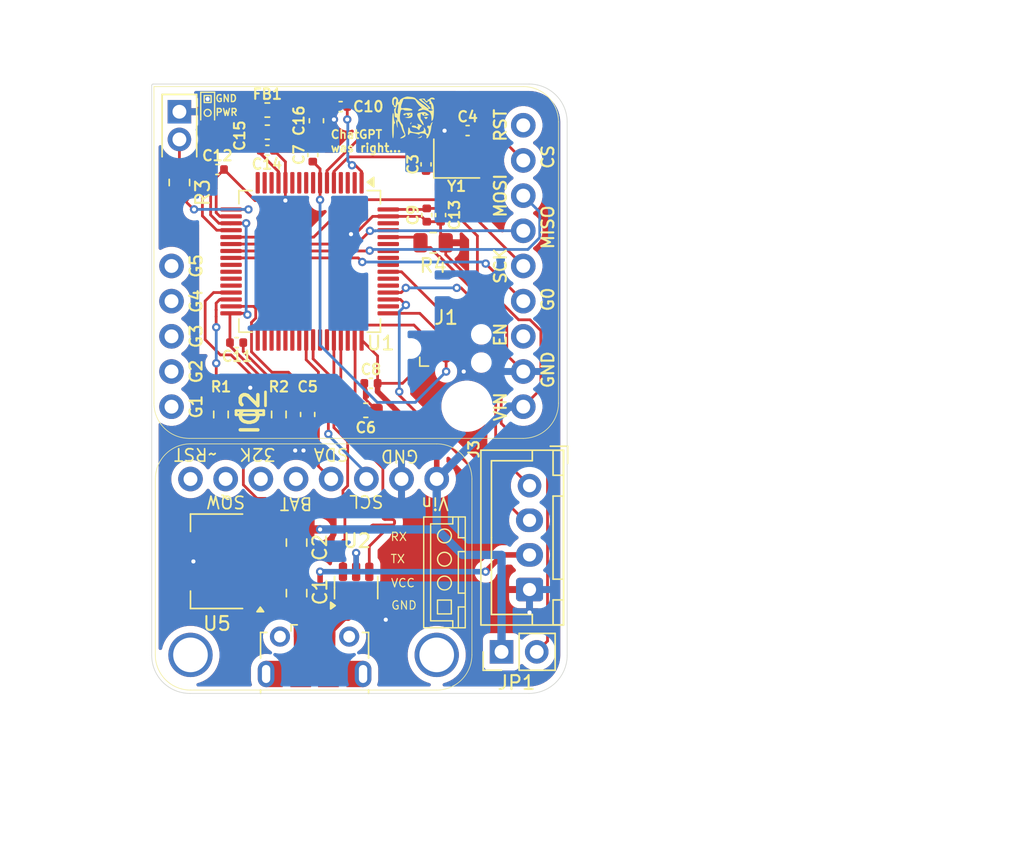
<source format=kicad_pcb>
(kicad_pcb (version 20241229) (generator "pcbnew") (generator_version "9.0")
  (layers (0 "F.Cu" signal) (4 "In1.Cu" signal) (6 "In2.Cu" signal) (2 "B.Cu" signal) (13 "F.Paste" user) (15 "B.Paste" user) (5 "F.SilkS" user "F.Silkscreen") (7 "B.SilkS" user "B.Silkscreen") (1 "F.Mask" user) (3 "B.Mask" user) (25 "Edge.Cuts" user))
  (net 0 "")
  (net 1 "+3.3V")
  (net 2 "VCC")
  (net 4 "/USART3_RX")
  (net 7 "/USART3_TX")
  (net 22 "/I2C3_SDA")
  (net 25 "unconnected-(U1-PA10-Pad43)")
  (net 31 "GND")
  (net 32 "Net-(J2-D+)")
  (net 33 "Net-(J2-D-)")
  (net 34 "/HSE_IN")
  (net 35 "/HSE_OUT")
  (net 36 "/VCAP_1")
  (net 37 "/VCAP_2")
  (net 38 "/NRST")
  (net 39 "Net-(U1-VDDA)")
  (net 40 "Net-(D1-A)")
  (net 41 "/SWDIO")
  (net 42 "/SWCLK")
  (net 43 "/SWO")
  (net 44 "/I2C2_SCL")
  (net 45 "/I2C2_SDA")
  (net 47 "/G0")
  (net 48 "/SPI1_SCK")
  (net 49 "/SPI1_MISO")
  (net 50 "/I2C3_SCL")
  (net 51 "/USB_D+")
  (net 52 "/USB_D-")
  (net 60 "/SPI1_NSS")
  (net 63 "/SPI1_MOSI")
  (net 78 "Net-(U1-PA3)")
  (net 80 "/BOOT0")
  (footprint "Inductor_SMD:L_0603_1608Metric" (layer "F.Cu") (at 71.59 87.02)
    (property "Reference" "FB1")
    (property "Value" "120R")
  )
  (footprint "Capacitor_SMD:C_0402_1005Metric" (layer "F.Cu") (at 83.1 94.6 90)
    (property "Reference" "C9")
    (property "Value" "100nF")
  )
  (footprint "Connector_PinHeader_2.54mm:PinHeader_1x02_P2.54mm_Vertical" (layer "F.Cu") (at 88.5 126.14 90)
    (property "Reference" "JP1")
    (property "Value" "BOOT" (hide yes))
  )
  (footprint "Capacitor_SMD:C_0402_1005Metric" (layer "F.Cu") (at 79.07 106.75)
    (property "Reference" "C8")
    (property "Value" "100nF")
  )
  (footprint "Capacitor_SMD:C_0402_1005Metric" (layer "F.Cu") (at 86.05 88.5 180)
    (property "Reference" "C4")
    (property "Value" "10pF")
  )
  (footprint "Package_TO_SOT_SMD:SOT-223-3_TabPin2" (layer "F.Cu") (at 67.95 119.6 180)
    (property "Reference" "U5")
    (property "Value" "MIC37100-3.3WS" (hide yes))
  )
  (footprint "Resistor_SMD:R_0603_1608Metric" (layer "F.Cu") (at 68.24 109 -90)
    (property "Reference" "R1")
    (property "Value" "2.7k")
  )
  (footprint "Resistor_SMD:R_0805_2012Metric" (layer "F.Cu") (at 83.56 96.6 180)
    (property "Reference" "R4")
    (property "Value" "10k")
  )
  (footprint "Capacitor_SMD:C_0603_1608Metric" (layer "F.Cu") (at 71.59 88.62 180)
    (property "Reference" "C15")
    (property "Value" "1uF")
  )
  (footprint "LocalFootprintLibrary:RFM95W" (layer "F.Cu") (at 74.65 97.95 90)
    (property "Reference" "U3" (hide yes))
    (property "Value" "RFM95W")
  )
  (footprint "Capacitor_SMD:C_0402_1005Metric" (layer "F.Cu") (at 83.05 90.94 90)
    (property "Reference" "C3")
    (property "Value" "10pF")
  )
  (footprint "Capacitor_SMD:C_0402_1005Metric" (layer "F.Cu") (at 84.1 94.6 90)
    (property "Reference" "C13")
    (property "Value" "100nF")
  )
  (footprint "Capacitor_SMD:C_0402_1005Metric" (layer "F.Cu") (at 71.59 89.93 180)
    (property "Reference" "C14")
    (property "Value" "100nF")
  )
  (footprint "Capacitor_SMD:C_0402_1005Metric" (layer "F.Cu") (at 67.98 91.31 180)
    (property "Reference" "C12")
    (property "Value" "100nF")
  )
  (footprint "Capacitor_SMD:C_0402_1005Metric" (layer "F.Cu") (at 76.88 86.77)
    (property "Reference" "C10")
    (property "Value" "100nF")
  )
  (footprint "Connector_JST:JST_XH_B4B-XH-A_1x04_P2.50mm_Vertical" (layer "F.Cu") (at 90.52 114.14 -90)
    (property "Reference" "J3")
    (property "Value" "Conn_01x04_Socket" (hide yes))
  )
  (footprint "Connector:Tag-Connect_TC2030-IDC-NL_2x03_P1.27mm_Vertical" (layer "F.Cu") (at 84.5 104.235)
    (property "Reference" "J1")
    (property "Value" "Conn_ARM_SWD_TagConnect_TC2030")
  )
  (footprint "Capacitor_SMD:C_0603_1608Metric" (layer "F.Cu") (at 78.7 108.7 180)
    (property "Reference" "C6")
    (property "Value" "2.2uF")
  )
  (footprint "Package_QFP:LQFP-64_10x10mm_P0.5mm" (layer "F.Cu") (at 74.645 97.945 -90)
    (property "Reference" "U1")
    (property "Value" "STM32F405RGT6" (hide yes))
  )
  (footprint "Capacitor_SMD:C_0603_1608Metric" (layer "F.Cu") (at 74.5 109 -90)
    (property "Reference" "C5")
    (property "Value" "2.2uF")
  )
  (footprint "LocalFootprintLibrary:SOT65P210X110-5N" (layer "F.Cu") (at 70.33 108.87 -90)
    (property "Reference" "IC2")
    (property "Value" "24LC01BT-E_LT" (hide yes))
  )
  (footprint "Capacitor_SMD:C_0805_2012Metric" (layer "F.Cu") (at 73.7 121.9 90)
    (property "Reference" "C1")
    (property "Value" "10uF")
  )
  (footprint "LED_SMD:LED_0805_2012Metric" (layer "F.Cu") (at 65.24 88.14 -90)
    (property "Reference" "D1" (hide yes))
    (property "Value" "RED (floating)")
  )
  (footprint "Resistor_SMD:R_0805_2012Metric" (layer "F.Cu") (at 65.24 92.25 -90)
    (property "Reference" "R3")
    (property "Value" "220")
  )
  (footprint "LocalFootprintLibrary:DS3231" (layer "F.Cu") (at 74.93 121.9 180)
    (property "Reference" "U4" (hide yes))
    (property "Value" "DS3231" (hide yes))
  )
  (footprint "Capacitor_SMD:C_0805_2012Metric" (layer "F.Cu") (at 73.7 118.25 -90)
    (property "Reference" "C2")
    (property "Value" "10uF")
  )
  (footprint "Capacitor_SMD:C_0603_1608Metric" (layer "F.Cu") (at 75.135 87.79 90)
    (property "Reference" "C16")
    (property "Value" "1uF")
  )
  (footprint "Capacitor_SMD:C_0402_1005Metric" (layer "F.Cu") (at 74.87 90.26 -90)
    (property "Reference" "C7")
    (property "Value" "100nF")
  )
  (footprint "Crystal:Crystal_SMD_2520-4Pin_2.5x2.0mm" (layer "F.Cu") (at 85.26 90.52)
    (property "Reference" "Y1")
    (property "Value" "12MHz")
  )
  (footprint "Resistor_SMD:R_0603_1608Metric" (layer "F.Cu") (at 72.42 109 -90)
    (property "Reference" "R2")
    (property "Value" "2.7k")
  )
  (footprint "MountingHole:MountingHole_3.2mm_M3" (layer "F.Cu") (at 86.92 106.13)
    (property "Reference" "H1" (hide yes))
    (property "Value" "M3")
  )
  (footprint "Capacitor_SMD:C_0402_1005Metric" (layer "F.Cu") (at 69.37 103.81 180)
    (property "Reference" "C11")
    (property "Value" "100nF")
  )
  (footprint "LocalFootprintLibrary:USB_Micro-B_Molex-105017-0001" (layer "F.Cu") (at 75 126.5)
    (property "Reference" "J2" (hide yes))
    (property "Value" "USB_B_Micro")
  )
  (footprint "Package_TO_SOT_SMD:SOT-23-6" (layer "F.Cu") (at 78 121.5 90)
    (property "Reference" "U2")
    (property "Value" "USBLC6-2SC6" (hide yes))
  )
  (gr_line (start 85.88 121.9) (end 85.38 121.9) (stroke (width 0.1)) (layer "F.SilkS"))
  (gr_poly (pts (xy 81.691963 86.043617) (xy 81.672859 86.045763) (xy 81.652791 86.048907) (xy 81.610201 86.057975) (xy 81.56509 86.070401) (xy 81.518352 86.085753) (xy 81.47088 86.103612) (xy 81.42357 86.123549) (xy 81.377319 86.145141) (xy 81.333024 86.167965) (xy 81.291573 86.19159) (xy 81.253864 86.215598) (xy 81.220797 86.239559) (xy 81.206281 86.251389) (xy 81.193263 86.263049) (xy 81.181848 86.274486) (xy 81.172153 86.285645) (xy 81.164292 86.296475) (xy 81.158371 86.306921) (xy 81.154504 86.31693) (xy 81.152808 86.326451) (xy 81.152718 86.329977) (xy 81.152451 86.3336) (xy 81.151407 86.341112) (xy 81.149715 86.348909) (xy 81.147405 86.356926) (xy 81.14452 86.365088) (xy 81.14109 86.373321) (xy 81.137154 86.381553) (xy 81.132748 86.389715) (xy 81.127906 86.397732) (xy 81.122668 86.405534) (xy 81.117069 86.413043) (xy 81.111142 86.42019) (xy 81.104929 86.426907) (xy 81.098461 86.433113) (xy 81.091776 86.438745) (xy 81.088365 86.441319) (xy 81.084912 86.443722) (xy 81.080934 86.445875) (xy 81.077103 86.447703) (xy 81.07342 86.449215) (xy 81.069892 86.450412) (xy 81.066516 86.451297) (xy 81.063295 86.451873) (xy 81.060231 86.452143) (xy 81.057331 86.452113) (xy 81.054591 86.451783) (xy 81.052018 86.451158) (xy 81.049611 86.450241) (xy 81.047374 86.44904) (xy 81.045306 86.447549) (xy 81.043416 86.44578) (xy 81.0417 86.44373) (xy 81.040164 86.441408) (xy 81.038806 86.438814) (xy 81.037636 86.435952) (xy 81.036646 86.432825) (xy 81.035847 86.429438) (xy 81.035238 86.425791) (xy 81.034819 86.421891) (xy 81.034597 86.417741) (xy 81.03457 86.413344) (xy 81.035116 86.403818) (xy 81.036474 86.393343) (xy 81.038665 86.381948) (xy 81.041707 86.369655) (xy 81.04345 86.356581) (xy 81.044082 86.342883) (xy 81.043644 86.328659) (xy 81.04219 86.314008) (xy 81.040375 86.302844) (xy 80.89675 86.302844) (xy 80.895888 86.320473) (xy 80.893869 86.340197) (xy 80.890728 86.36211) (xy 80.886502 86.386301) (xy 80.88123 86.412861) (xy 80.867631 86.492328) (xy 80.855767 86.567166) (xy 80.851032 86.599956) (xy 80.847379 86.628116) (xy 80.845029 86.650491) (xy 80.844409 86.659146) (xy 80.844198 86.665922) (xy 80.844108 86.668742) (xy 80.843842 86.671419) (xy 80.843409 86.67395) (xy 80.842812 86.676338) (xy 80.842056 86.67858) (xy 80.841144 86.680677) (xy 80.840089 86.68263) (xy 80.838892 86.684438) (xy 80.837559 86.686101) (xy 80.836098 86.687621) (xy 80.834509 86.688996) (xy 80.832805 86.690225) (xy 80.830987 86.691309) (xy 80.82906 86.692248) (xy 80.827032 86.693046) (xy 80.824908 86.693696) (xy 80.822694 86.694203) (xy 80.820394 86.694564) (xy 80.818018 86.69478) (xy 80.815566 86.694855) (xy 80.813046 86.69478) (xy 80.810466 86.694564) (xy 80.807826 86.694203) (xy 80.805138 86.693696) (xy 80.802403 86.693046) (xy 80.79963 86.692248) (xy 80.796822 86.691309) (xy 80.793987 86.690225) (xy 80.791128 86.688996) (xy 80.788254 86.687621) (xy 80.785366 86.686101) (xy 80.782476 86.684438) (xy 80.779039 86.682417) (xy 80.775678 86.679834) (xy 80.769189 86.673057) (xy 80.763027 86.664258) (xy 80.757207 86.653577) (xy 80.75175 86.641161) (xy 80.746671 86.627153) (xy 80.741989 86.611698) (xy 80.737728 86.59494) (xy 80.733895 86.577029) (xy 80.730516 86.5581) (xy 80.727609 86.538305) (xy 80.725188 86.517789) (xy 80.723274 86.496693) (xy 80.721885 86.475162) (xy 80.721037 86.453342) (xy 80.720751 86.431377) (xy 80.721046 86.403593) (xy 80.72196 86.378058) (xy 80.722654 86.366115) (xy 80.723518 86.354712) (xy 80.724555 86.343839) (xy 80.725767 86.33349) (xy 80.727159 86.323659) (xy 80.728738 86.314331) (xy 80.730507 86.305503) (xy 80.732469 86.297168) (xy 80.734632 86.289318) (xy 80.736996 86.281941) (xy 80.739568 86.275034) (xy 80.742355 86.268585) (xy 80.745357 86.26259) (xy 80.748582 86.257038) (xy 80.752032 86.251925) (xy 80.755713 86.247237) (xy 80.759626 86.242971) (xy 80.763783 86.239116) (xy 80.768184 86.235666) (xy 80.772831 86.232615) (xy 80.777733 86.229951) (xy 80.78289 86.227668) (xy 80.788311 86.225757) (xy 80.793999 86.224212) (xy 80.799958 86.223024) (xy 80.806192 86.222186) (xy 80.812707 86.221686) (xy 80.819506 86.221523) (xy 80.833762 86.222045) (xy 80.846463 86.223669) (xy 80.852241 86.224925) (xy 80.857644 86.226486) (xy 80.862676 86.228372) (xy 80.867341 86.230587) (xy 80.871648 86.233149) (xy 80.875593 86.236065) (xy 80.87919 86.239347) (xy 80.882436 86.243006) (xy 80.885338 86.247054) (xy 80.887903 86.2515) (xy 80.890131 86.25636) (xy 80.89203 86.261642) (xy 80.893605 86.267358) (xy 80.894859 86.27352) (xy 80.896419 86.287223) (xy 80.89675 86.302844) (xy 81.040375 86.302844) (xy 81.039754 86.299037) (xy 81.03639 86.283836) (xy 81.032139 86.268509) (xy 81.027048 86.253156) (xy 81.021159 86.237874) (xy 81.014523 86.222765) (xy 81.00718 86.207928) (xy 80.999178 86.193459) (xy 80.990559 86.179461) (xy 80.98137 86.166035) (xy 80.971659 86.153274) (xy 80.961468 86.141285) (xy 80.945748 86.124863) (xy 80.930886 86.110305) (xy 80.916729 86.097588) (xy 80.903122 86.0867) (xy 80.896479 86.081934) (xy 80.889913 86.077619) (xy 80.883411 86.07375) (xy 80.87695 86.070329) (xy 80.870509 86.067348) (xy 80.864076 86.06481) (xy 80.857626 86.06271) (xy 80.85114 86.061045) (xy 80.844598 86.059817) (xy 80.837988 86.059017) (xy 80.83128 86.05865) (xy 80.824462 86.058708) (xy 80.817513 86.059191) (xy 80.810413 86.060097) (xy 80.803144 86.061423) (xy 80.795685 86.063168) (xy 80.78802 86.065328) (xy 80.780128 86.067903) (xy 80.763585 86.074281) (xy 80.7459 86.082291) (xy 80.726923 86.091906) (xy 80.709195 86.102562) (xy 80.693001 86.113788) (xy 80.678292 86.125718) (xy 80.665011 86.138487) (xy 80.653102 86.152236) (xy 80.642517 86.167095) (xy 80.633194 86.183201) (xy 80.625084 86.200692) (xy 80.618131 86.219702) (xy 80.61228 86.240366) (xy 80.607481 86.262819) (xy 80.603673 86.2872) (xy 80.600806 86.313639) (xy 80.598828 86.34228) (xy 80.597679 86.373249) (xy 80.59731 86.406689) (xy 80.597593 86.431839) (xy 80.598441 86.456285) (xy 80.59983 86.479896) (xy 80.601744 86.502552) (xy 80.604165 86.524121) (xy 80.607072 86.544479) (xy 80.610451 86.563497) (xy 80.614284 86.581055) (xy 80.618545 86.597019) (xy 80.620836 86.604363) (xy 80.623227 86.611265) (xy 80.625717 86.617703) (xy 80.628306 86.623665) (xy 80.630988 86.629137) (xy 80.633763 86.634096) (xy 80.636628 86.638533) (xy 80.639583 86.642427) (xy 80.642622 86.645771) (xy 80.645745 86.648538) (xy 80.648952 86.650719) (xy 80.652234 86.652296) (xy 80.655595 86.653254) (xy 80.659032 86.653577) (xy 80.661924 86.653703) (xy 80.66481 86.654076) (xy 80.667684 86.654691) (xy 80.670543 86.655543) (xy 80.673378 86.656625) (xy 80.676186 86.657931) (xy 80.678959 86.659455) (xy 80.681694 86.661197) (xy 80.687022 86.665295) (xy 80.692122 86.670179) (xy 80.69695 86.675804) (xy 80.701464 86.682123) (xy 80.705616 86.689095) (xy 80.70936 86.696675) (xy 80.712654 86.704814) (xy 80.715448 86.713467) (xy 80.7177 86.72259) (xy 80.719368 86.732139) (xy 80.720398 86.742069) (xy 80.720751 86.752332) (xy 80.720826 86.756889) (xy 80.721037 86.761298) (xy 80.721393 86.765553) (xy 80.721885 86.769656) (xy 80.722513 86.773599) (xy 80.723274 86.777381) (xy 80.724166 86.780999) (xy 80.725188 86.784446) (xy 80.726337 86.787723) (xy 80.727609 86.790825) (xy 80.729002 86.79375) (xy 80.730516 86.796489) (xy 80.732149 86.799045) (xy 80.733895 86.801412) (xy 80.735754 86.803589) (xy 80.737728 86.805567) (xy 80.739804 86.807349) (xy 80.741989 86.808926) (xy 80.74428 86.8103) (xy 80.746671 86.811464) (xy 80.749161 86.812415) (xy 80.75175 86.813148) (xy 80.754432 86.813666) (xy 80.757207 86.813958) (xy 80.760072 86.814026) (xy 80.763027 86.813864) (xy 80.766066 86.813468) (xy 80.769189 86.812838) (xy 80.772396 86.811966) (xy 80.775678 86.810852) (xy 80.779039 86.809491) (xy 80.782476 86.807882) (xy 80.785366 86.806236) (xy 80.788254 86.804769) (xy 80.791128 86.803478) (xy 80.793987 86.802362) (xy 80.796822 86.801415) (xy 80.79963 86.800641) (xy 80.802403 86.800031) (xy 80.805138 86.799588) (xy 80.807826 86.799306) (xy 80.810466 86.799188) (xy 80.813046 86.799225) (xy 80.815566 86.79942) (xy 80.818018 86.799768) (xy 80.820394 86.800266) (xy 80.822694 86.800914) (xy 80.824908 86.801709) (xy 80.827032 86.802651) (xy 80.82906 86.803733) (xy 80.830987 86.804955) (xy 80.832805 86.806314) (xy 80.834509 86.807811) (xy 80.836098 86.809439) (xy 80.837559 86.8112) (xy 80.838892 86.81309) (xy 80.840089 86.815106) (xy 80.841144 86.817246) (xy 80.842056 86.819508) (xy 80.842812 86.82189) (xy 80.843409 86.824389) (xy 80.843842 86.827005) (xy 80.844108 86.829732) (xy 80.844198 86.83257) (xy 80.844123 86.836023) (xy 80.843913 86.839436) (xy 80.84356 86.842803) (xy 80.843076 86.846121) (xy 80.842458 86.849385) (xy 80.841715 86.852589) (xy 80.840847 86.855727) (xy 80.839855 86.858802) (xy 80.83875 86.861805) (xy 80.83753 86.864727) (xy 80.836197 86.867571) (xy 80.834758 86.870328) (xy 80.833213 86.872994) (xy 80.831571 86.875566) (xy 80.829829 86.878037) (xy 80.827995 86.880405) (xy 80.826067 86.882667) (xy 80.824057 86.884811) (xy 80.82196 86.88684) (xy 80.819785 86.888748) (xy 80.817532 86.890529) (xy 80.815206 86.892176) (xy 80.812809 86.893689) (xy 80.810346 86.895065) (xy 80.80782 86.896293) (xy 80.805232 86.897373) (xy 80.802588 86.8983) (xy 80.799894 86.899067) (xy 80.797149 86.899671) (xy 80.794356 86.900111) (xy 80.791522 86.900375) (xy 80.788645 86.900465) (xy 80.785248 86.900681) (xy 80.781991 86.90132) (xy 80.778877 86.902371) (xy 80.775906 86.903828) (xy 80.773072 86.905677) (xy 80.77038 86.907909) (xy 80.767824 86.910516) (xy 80.765404 86.913485) (xy 80.760972 86.920469) (xy 80.757073 86.928783) (xy 80.7537 86.938344) (xy 80.750842 86.949071) (xy 80.748489 86.960883) (xy 80.746633 86.973699) (xy 80.745267 86.987439) (xy 80.74438 87.002018) (xy 80.743962 87.017355) (xy 80.744005 87.033374) (xy 80.744502 87.049986) (xy 80.745442 87.067115) (xy 80.754603 87.148704) (xy 80.763186 87.238394) (xy 80.770614 87.325769) (xy 80.776302 87.400413) (xy 80.776428 87.409019) (xy 80.776797 87.417471) (xy 80.777401 87.42576) (xy 80.778231 87.433878) (xy 80.779278 87.441815) (xy 80.780533 87.449562) (xy 80.781987 87.45711) (xy 80.783631 87.464448) (xy 80.785456 87.471573) (xy 80.787453 87.47847) (xy 80.789613 87.48513) (xy 80.791926 87.49155) (xy 80.794384 87.497715) (xy 80.796976 87.503616) (xy 80.799697 87.509247) (xy 80.802532 87.514599) (xy 80.80548 87.519662) (xy 80.808525 87.524424) (xy 80.81166 87.528879) (xy 80.814877 87.533021) (xy 80.818167 87.536834) (xy 80.821521 87.540312) (xy 80.824929 87.543449) (xy 80.828379 87.546231) (xy 80.831868 87.548652) (xy 80.835384 87.550704) (xy 80.838918 87.552369) (xy 80.842461 87.553651) (xy 80.846002 87.554536) (xy 80.849536 87.555015) (xy 80.853054 87.555075) (xy 80.856541 87.554713) (xy 80.873044 87.554148) (xy 80.887884 87.554833) (xy 80.894701 87.55567) (xy 80.901133 87.556855) (xy 80.907183 87.558397) (xy 80.912862 87.560307) (xy 80.918179 87.562597) (xy 80.923146 87.565278) (xy 80.927767 87.568359) (xy 80.932053 87.571857) (xy 80.936016 87.575776) (xy 80.939661 87.580132) (xy 80.942997 87.584938) (xy 80.946037 87.590203) (xy 80.948788 87.595938) (xy 80.951257 87.602152) (xy 80.955393 87.616074) (xy 80.958516 87.632055) (xy 80.960697 87.650188) (xy 80.962011 87.670566) (xy 80.96253 87.693273) (xy 80.962324 87.718405) (xy 80.961468 87.746052) (xy 80.961319 87.763341) (xy 80.960851 87.778177) (xy 80.960046 87.790576) (xy 80.958862 87.800539) (xy 80.958126 87.804615) (xy 80.957286 87.808083) (xy 80.956341 87.810946) (xy 80.955285 87.813211) (xy 80.954116 87.81487) (xy 80.952831 87.815932) (xy 80.951424 87.816397) (xy 80.949895 87.816261) (xy 80.948241 87.815527) (xy 80.946456 87.8142) (xy 80.944536 87.812277) (xy 80.942481 87.809763) (xy 80.937948 87.802954) (xy 80.932824 87.793789) (xy 80.927089 87.782272) (xy 80.920711 87.768414) (xy 80.913663 87.752223) (xy 80.90592 87.733707) (xy 80.898252 87.718954) (xy 80.891451 87.707113) (xy 80.88552 87.698202) (xy 80.880456 87.692236) (xy 80.878251 87.690366) (xy 80.876262 87.689239) (xy 80.874492 87.688857) (xy 80.872936 87.689223) (xy 80.871597 87.690342) (xy 80.870475 87.692209) (xy 80.868886 87.698217) (xy 80.868162 87.707259) (xy 80.868306 87.719361) (xy 80.86932 87.734535) (xy 80.871199 87.752802) (xy 80.873949 87.77418) (xy 80.877565 87.798685) (xy 80.887401 87.857151) (xy 80.899225 87.928959) (xy 80.911404 87.995893) (xy 80.923707 88.05742) (xy 80.935911 88.113009) (xy 80.947791 88.162122) (xy 80.959119 88.204228) (xy 80.969668 88.238796) (xy 80.979211 88.265289) (xy 80.987532 88.283173) (xy 80.991154 88.28872) (xy 80.994391 88.291917) (xy 80.997204 88.292695) (xy 80.999569 88.290987) (xy 81.001458 88.286728) (xy 81.002841 88.279851) (xy 81.003691 88.270285) (xy 81.003979 88.257972) (xy 81.002755 88.224817) (xy 80.998948 88.179856) (xy 80.992329 88.122555) (xy 80.989216 88.090749) (xy 80.986807 88.060207) (xy 80.985087 88.03104) (xy 80.984035 88.003356) (xy 80.983635 87.977263) (xy 80.983866 87.952867) (xy 80.984715 87.930283) (xy 80.986156 87.909615) (xy 80.98818 87.890971) (xy 80.990763 87.874461) (xy 80.992258 87.867042) (xy 80.993887 87.860194) (xy 80.995647 87.853935) (xy 80.997537 87.848278) (xy 80.999553 87.843235) (xy 81.001693 87.838821) (xy 81.003954 87.835048) (xy 81.006337 87.831931) (xy 81.008836 87.829483) (xy 81.011449 87.827719) (xy 81.014178 87.82665) (xy 81.017019 87.82629) (xy 81.02307 87.827128) (xy 81.029634 87.829612) (xy 81.044166 87.839274) (xy 81.060361 87.854809) (xy 81.077967 87.875764) (xy 81.096732 87.901671) (xy 81.1164 87.932073) (xy 81.136719 87.966508) (xy 81.157437 88.004514) (xy 81.178297 88.045627) (xy 81.19905 88.089393) (xy 81.219441 88.135344) (xy 81.239218 88.183024) (xy 81.258126 88.231971) (xy 81.275913 88.281718) (xy 81.292326 88.331811) (xy 81.30711 88.381788) (xy 81.317745 88.416036) (xy 81.330837 88.453251) (xy 81.345952 88.492344) (xy 81.362661 88.532235) (xy 81.380527 88.571838) (xy 81.399115 88.610062) (xy 81.417994 88.64583) (xy 81.427407 88.662453) (xy 81.436728 88.678053) (xy 81.451753 88.701036) (xy 81.464356 88.721595) (xy 81.474429 88.740058) (xy 81.478483 88.748604) (xy 81.481861 88.756747) (xy 81.484552 88.764531) (xy 81.486546 88.771993) (xy 81.487821 88.779174) (xy 81.488373 88.786114) (xy 81.488179 88.792857) (xy 81.487231 88.799442) (xy 81.485515 88.80591) (xy 81.483019 88.8123) (xy 81.479725 88.818651) (xy 81.475623 88.825011) (xy 81.470698 88.831416) (xy 81.464937 88.837905) (xy 81.458325 88.84452) (xy 81.450852 88.851301) (xy 81.433254 88.865535) (xy 81.412044 88.880922) (xy 81.387109 88.897794) (xy 81.325627 88.937286) (xy 81.297196 88.954947) (xy 81.272053 88.970944) (xy 81.25017 88.985349) (xy 81.231504 88.998235) (xy 81.216018 89.009674) (xy 81.209457 89.014876) (xy 81.203679 89.019744) (xy 81.198676 89.024283) (xy 81.194451 89.028507) (xy 81.190992 89.032423) (xy 81.188296 89.036041) (xy 81.186361 89.03937) (xy 81.185178 89.042418) (xy 81.18475 89.045194) (xy 81.185065 89.04771) (xy 81.186123 89.049973) (xy 81.187917 89.051989) (xy 81.190443 89.053771) (xy 81.193696 89.05533) (xy 81.197674 89.056669) (xy 81.202371 89.057799) (xy 81.207781 89.058733) (xy 81.213901 89.059477) (xy 81.220726 89.060038) (xy 81.228255 89.06043) (xy 81.245388 89.06073) (xy 81.258535 89.059215) (xy 81.27244 89.057005) (xy 81.286998 89.054125) (xy 81.302095 89.050603) (xy 81.317629 89.046466) (xy 81.333487 89.041743) (xy 81.349563 89.036458) (xy 81.365748 89.030641) (xy 81.381931 89.024316) (xy 81.398007 89.017512) (xy 81.413865 89.010256) (xy 81.429397 89.002575) (xy 81.444495 88.994497) (xy 81.459054 88.986049) (xy 81.472959 88.977256) (xy 81.486105 88.968147) (xy 81.504549 88.953804) (xy 81.520534 88.940505) (xy 81.53406 88.92769) (xy 81.545127 88.914814) (xy 81.553734 88.901323) (xy 81.557116 88.894176) (xy 81.559882 88.886667) (xy 81.562033 88.878729) (xy 81.563571 88.87029) (xy 81.564802 88.851648) (xy 81.563571 88.830183) (xy 81.559882 88.805344) (xy 81.553734 88.776582) (xy 81.545127 88.743343) (xy 81.53406 88.705078) (xy 81.520534 88.661238) (xy 81.486105 88.554609) (xy 81.463888 88.488042) (xy 81.443769 88.423644) (xy 81.426108 88.363006) (xy 81.411265 88.307721) (xy 81.399609 88.25938) (xy 81.395088 88.238311) (xy 81.391497 88.219575) (xy 81.388882 88.203369) (xy 81.387289 88.189896) (xy 81.386764 88.179349) (xy 81.387349 88.171933) (xy 81.388365 88.168932) (xy 81.389097 88.165725) (xy 81.389556 88.162317) (xy 81.389748 88.15872) (xy 81.38937 88.150993) (xy 81.388024 88.142614) (xy 81.385774 88.133658) (xy 81.382686 88.124193) (xy 81.378817 88.114297) (xy 81.374232 88.104039) (xy 81.369 88.093489) (xy 81.363178 88.082725) (xy 81.356833 88.071817) (xy 81.350028 88.060833) (xy 81.342822 88.049851) (xy 81.335284 88.038942) (xy 81.327474 88.028176) (xy 81.319455 88.017628) (xy 81.293992 87.987009) (xy 81.270826 87.955231) (xy 81.249939 87.922152) (xy 81.231309 87.887626) (xy 81.214921 87.851509) (xy 81.200761 87.813655) (xy 81.188805 87.773922) (xy 81.179038 87.732162) (xy 81.171439 87.688236) (xy 81.165994 87.641991) (xy 81.162682 87.59329) (xy 81.161487 87.541989) (xy 81.162387 87.487932) (xy 81.165367 87.430985) (xy 81.170409 87.371) (xy 81.177495 87.30783) (xy 81.184314 87.261506) (xy 81.190972 87.219611) (xy 81.197593 87.181949) (xy 81.204306 87.148317) (xy 81.207735 87.132951) (xy 81.211236 87.118521) (xy 81.214819 87.104997) (xy 81.218505 87.09236) (xy 81.222312 87.080579) (xy 81.226249 87.06963) (xy 81.230337 87.059495) (xy 81.234586 87.050142) (xy 81.239022 87.041547) (xy 81.243649 87.033689) (xy 81.248493 87.026538) (xy 81.253563 87.020076) (xy 81.258876 87.01427) (xy 81.26445 87.009102) (xy 81.2703 87.004545) (xy 81.276444 87.00057) (xy 81.282891 86.997159) (xy 81.289665 86.994281) (xy 81.296775 86.991914) (xy 81.304243 86.990034) (xy 81.312078 86.988617) (xy 81.320302 86.987634) (xy 81.32893 86.987061) (xy 81.337974 86.986875) (xy 81.350547 86.987088) (xy 81.36277 86.987708) (xy 81.374577 86.988707) (xy 81.385903 86.990058) (xy 81.39669 86.991735) (xy 81.406866 86.993712) (xy 81.416377 86.995959) (xy 81.425154 86.998448) (xy 81.429247 86.999777) (xy 81.433135 87.001157) (xy 81.436807 87.002583) (xy 81.44026 87.004053) (xy 81.443478 87.005565) (xy 81.44646 87.007115) (xy 81.449196 87.008697) (xy 81.451675 87.010311) (xy 81.453894 87.011949) (xy 81.455842 87.013617) (xy 81.457512 87.015302) (xy 81.458898 87.017003) (xy 81.459988 87.018717) (xy 81.460776 87.020442) (xy 81.461256 87.022173) (xy 81.461418 87.023909) (xy 81.461827 87.025628) (xy 81.46305 87.027308) (xy 81.467841 87.030564) (xy 81.475615 87.033674) (xy 81.486201 87.036639) (xy 81.515122 87.042135) (xy 81.553228 87.047055) (xy 81.599146 87.051395) (xy 81.651501 87.055155) (xy 81.708919 87.05834) (xy 81.770025 87.060942) (xy 81.805968 87.061742) (xy 81.839706 87.061833) (xy 81.8712 87.061241) (xy 81.900414 87.059978) (xy 81.927315 87.058064) (xy 81.939886 87.056871) (xy 81.951865 87.055517) (xy 81.963249 87.054012) (xy 81.974028 87.052356) (xy 81.984204 87.050549) (xy 81.993769 87.048597) (xy 82.002717 87.046499) (xy 82.011049 87.044262) (xy 82.018755 87.041882) (xy 82.025835 87.039363) (xy 82.032282 87.036711) (xy 82.03809 87.033924) (xy 82.043254 87.031007) (xy 82.047774 87.02796) (xy 82.051644 87.024788) (xy 82.054857 87.021489) (xy 82.057411 87.018069) (xy 82.059298 87.014529) (xy 82.060518 87.010874) (xy 82.061065 87.007101) (xy 82.060935 87.003216) (xy 82.060119 86.99922) (xy 82.056247 86.990616) (xy 82.050471 86.982171) (xy 82.042881 86.973897) (xy 82.033561 86.965815) (xy 82.010089 86.950277) (xy 81.980748 86.935665) (xy 81.946236 86.922105) (xy 81.907251 86.909712) (xy 81.864483 86.8986) (xy 81.818631 86.888892) (xy 81.770394 86.880702) (xy 81.720468 86.874149) (xy 81.669546 86.86935) (xy 81.618327 86.866424) (xy 81.567502 86.865483) (xy 81.517773 86.866652) (xy 81.469834 86.870043) (xy 81.424383 86.875776) (xy 81.386253 86.881503) (xy 81.352824 86.884563) (xy 81.324024 86.884605) (xy 81.311338 86.883383) (xy 81.299782 86.881274) (xy 81.289348 86.878233) (xy 81.280023 86.874216) (xy 81.271803 86.869181) (xy 81.264678 86.863083) (xy 81.258636 86.855876) (xy 81.253671 86.847518) (xy 81.249771 86.837966) (xy 81.246931 86.82717) (xy 81.24514 86.815092) (xy 81.244389 86.801688) (xy 81.244668 86.78691) (xy 81.245968 86.770718) (xy 81.251596 86.733903) (xy 81.261205 86.690898) (xy 81.264466 86.67894) (xy 81.046528 86.67894) (xy 81.045826 86.718188) (xy 81.042792 86.765147) (xy 81.037333 86.819757) (xy 81.029364 86.881949) (xy 81.023866 86.912954) (xy 81.018948 86.943368) (xy 81.014607 86.973045) (xy 81.010845 87.001824) (xy 81.007665 87.029553) (xy 81.005059 87.056084) (xy 81.003034 87.081257) (xy 81.001587 87.104919) (xy 81.00072 87.12692) (xy 81.00043 87.147099) (xy 81.00072 87.165309) (xy 81.001587 87.181397) (xy 81.003034 87.195204) (xy 81.005059 87.20658) (xy 81.007665 87.215367) (xy 81.009181 87.218747) (xy 81.010845 87.22142) (xy 81.011913 87.224276) (xy 81.012804 87.227061) (xy 81.013512 87.22977) (xy 81.014052 87.232403) (xy 81.014418 87.234957) (xy 81.014617 87.237438) (xy 81.014644 87.239835) (xy 81.014511 87.242156) (xy 81.014212 87.244392) (xy 81.013753 87.246546) (xy 81.013138 87.248618) (xy 81.012364 87.250605) (xy 81.011437 87.252506) (xy 81.010359 87.254319) (xy 81.009133 87.256046) (xy 81.007759 87.257681) (xy 81.00624 87.259227) (xy 81.004579 87.260681) (xy 81.002778 87.262044) (xy 81.00084 87.263313) (xy 80.998765 87.264485) (xy 80.996556 87.26556) (xy 80.994219 87.266541) (xy 80.99175 87.267422) (xy 80.989156 87.268205) (xy 80.986437 87.268886) (xy 80.983596 87.269463) (xy 80.980635 87.26994) (xy 80.977557 87.270315) (xy 80.974362 87.270582) (xy 80.967642 87.270797) (xy 80.956917 87.270258) (xy 80.946739 87.268655) (xy 80.937109 87.266013) (xy 80.928027 87.262346) (xy 80.919496 87.257682) (xy 80.911521 87.252041) (xy 80.904102 87.245444) (xy 80.897238 87.237911) (xy 80.890938 87.229466) (xy 80.885197 87.220128) (xy 80.87542 87.198864) (xy 80.867917 87.174291) (xy 80.862712 87.14658) (xy 80.859823 87.115905) (xy 80.859265 87.082436) (xy 80.861058 87.046344) (xy 80.865222 87.007803) (xy 80.871769 86.966984) (xy 80.880723 86.924055) (xy 80.892099 86.879195) (xy 80.90592 86.83257) (xy 80.926156 86.774336) (xy 80.945145 86.724569) (xy 80.962795 86.683214) (xy 80.979021 86.650202) (xy 80.993725 86.625471) (xy 81.00048 86.616192) (xy 81.00682 86.608962) (xy 81.012735 86.603769) (xy 81.018214 86.600607) (xy 81.023247 86.599466) (xy 81.027819 86.600343) (xy 81.031923 86.603223) (xy 81.035542 86.608106) (xy 81.038673 86.614982) (xy 81.041298 86.623838) (xy 81.043405 86.634669) (xy 81.044989 86.64747) (xy 81.046528 86.67894) (xy 81.264466 86.67894) (xy 81.274719 86.641347) (xy 81.292066 86.584899) (xy 81.313174 86.521197) (xy 81.337974 86.449895) (xy 81.424383 86.221523) (xy 81.83175 86.221523) (xy 81.899544 86.2217) (xy 81.959808 86.222357) (xy 82.013112 86.22368) (xy 82.060021 86.225865) (xy 82.08126 86.227337) (xy 82.101112 86.229096) (xy 82.119648 86.231163) (xy 82.136941 86.233566) (xy 82.153067 86.236325) (xy 82.168091 86.239466) (xy 82.182092 86.24301) (xy 82.195132 86.246984) (xy 82.207285 86.251409) (xy 82.218623 86.256309) (xy 82.229219 86.261712) (xy 82.239143 86.267634) (xy 82.248466 86.274105) (xy 82.257257 86.281146) (xy 82.265591 86.288781) (xy 82.273538 86.297037) (xy 82.281166 86.305932) (xy 82.28855 86.315496) (xy 82.295759 86.325744) (xy 82.302869 86.336709) (xy 82.309943 86.348412) (xy 82.317056 86.360871) (xy 82.33169 86.388173) (xy 82.341727 86.406227) (xy 82.353233 86.425542) (xy 82.366097 86.445947) (xy 82.3802 86.467256) (xy 82.395425 86.489283) (xy 82.411652 86.51186) (xy 82.428766 86.534793) (xy 82.446649 86.557907) (xy 82.465181 86.581025) (xy 82.484248 86.603958) (xy 82.503731 86.62653) (xy 82.523513 86.648562) (xy 82.543472 86.669868) (xy 82.563497 86.690271) (xy 82.583468 86.709591) (xy 82.603267 86.727644) (xy 82.62743 86.74986) (xy 82.649003 86.770257) (xy 82.668011 86.788902) (xy 82.67656 86.797587) (xy 82.684471 86.805857) (xy 82.69175 86.813721) (xy 82.698397 86.821184) (xy 82.704416 86.828256) (xy 82.709809 86.834945) (xy 82.71458 86.841261) (xy 82.718728 86.847207) (xy 82.722257 86.852796) (xy 82.72517 86.858031) (xy 82.727465 86.862924) (xy 82.72915 86.867481) (xy 82.730225 86.87171) (xy 82.73069 86.87562) (xy 82.730695 86.877456) (xy 82.730551 86.879216) (xy 82.730254 86.8809) (xy 82.729807 86.88251) (xy 82.72921 86.884046) (xy 82.728461 86.885508) (xy 82.727564 86.886897) (xy 82.72652 86.888217) (xy 82.725323 86.889465) (xy 82.723979 86.890647) (xy 82.720843 86.892803) (xy 82.717117 86.894694) (xy 82.712798 86.896331) (xy 82.707896 86.897717) (xy 82.702406 86.898863) (xy 82.696331 86.899778) (xy 82.689677 86.900465) (xy 82.67899 86.900964) (xy 82.667812 86.902419) (xy 82.656236 86.904777) (xy 82.64435 86.907987) (xy 82.632251 86.911992) (xy 82.620025 86.916741) (xy 82.607759 86.922174) (xy 82.595552 86.928239) (xy 82.583489 86.934887) (xy 82.571659 86.942055) (xy 82.560157 86.949695) (xy 82.549069 86.957751) (xy 82.538486 86.966169) (xy 82.528502 86.974893) (xy 82.519205 86.983869) (xy 82.510684 86.993048) (xy 82.495274 87.012651) (xy 82.483753 87.029817) (xy 82.476103 87.044555) (xy 82.473721 87.051023) (xy 82.4723 87.056892) (xy 82.47184 87.062165) (xy 82.472335 87.06684) (xy 82.473782 87.070925) (xy 82.476182 87.074421) (xy 82.479532 87.077328) (xy 82.483828 87.07965) (xy 82.489072 87.081389) (xy 82.495255 87.082545) (xy 82.502378 87.083126) (xy 82.510439 87.083127) (xy 82.529369 87.081411) (xy 82.552025 87.077418) (xy 82.578388 87.071165) (xy 82.608437 87.06267) (xy 82.642156 87.05195) (xy 82.679531 87.039024) (xy 82.720538 87.023909) (xy 82.74131 87.016458) (xy 82.762022 87.010298) (xy 82.782749 87.005424) (xy 82.803575 87.001824) (xy 82.824581 86.99949) (xy 82.845851 86.998413) (xy 82.867466 86.998583) (xy 82.889504 86.999993) (xy 82.912048 87.00263) (xy 82.935179 87.006491) (xy 82.958981 87.011559) (xy 82.983533 87.017834) (xy 83.008915 87.025299) (xy 83.035213 87.03395) (xy 83.062502 87.043778) (xy 83.09087 87.05477) (xy 83.137472 87.075929) (xy 83.180153 87.097904) (xy 83.219033 87.120926) (xy 83.254243 87.14523) (xy 83.285908 87.171056) (xy 83.30045 87.184613) (xy 83.314156 87.198635) (xy 83.327038 87.213158) (xy 83.339113 87.228204) (xy 83.350397 87.243807) (xy 83.360905 87.259997) (xy 83.370653 87.276798) (xy 83.379661 87.294248) (xy 83.387938 87.312368) (xy 83.395505 87.331194) (xy 83.408561 87.371067) (xy 83.418962 87.414108) (xy 83.42683 87.460548) (xy 83.432294 87.510621) (xy 83.43548 87.564559) (xy 83.436514 87.622608) (xy 83.43769 87.659662) (xy 83.43896 87.692214) (xy 83.440435 87.720388) (xy 83.442206 87.744315) (xy 83.443234 87.754723) (xy 83.444375 87.764118) (xy 83.445638 87.772513) (xy 83.447039 87.779928) (xy 83.448589 87.786369) (xy 83.4503 87.791863) (xy 83.452187 87.79642) (xy 83.45426 87.800058) (xy 83.45653 87.802791) (xy 83.457745 87.803823) (xy 83.459014 87.804636) (xy 83.460338 87.80523) (xy 83.461721 87.805608) (xy 83.463161 87.805771) (xy 83.464663 87.805723) (xy 83.467856 87.804997) (xy 83.471306 87.803449) (xy 83.475032 87.801088) (xy 83.479045 87.797937) (xy 83.483356 87.794005) (xy 83.487976 87.789315) (xy 83.492921 87.783874) (xy 83.498201 87.777708) (xy 83.509817 87.763245) (xy 83.522924 87.746052) (xy 83.533049 87.730515) (xy 83.542601 87.711741) (xy 83.551568 87.689823) (xy 83.559958 87.664848) (xy 83.56777 87.636906) (xy 83.575004 87.606093) (xy 83.581657 87.572491) (xy 83.587733 87.536202) (xy 83.598149 87.455891) (xy 83.606251 87.365888) (xy 83.612038 87.266915) (xy 83.615507 87.159698) (xy 83.616293 87.091863) (xy 83.616293 87.029298) (xy 83.61544 86.971634) (xy 83.615408 86.970672) (xy 83.559185 86.970672) (xy 83.559179 86.971823) (xy 83.558861 86.973246) (xy 83.558243 86.974947) (xy 83.557318 86.97693) (xy 83.554562 86.981753) (xy 83.550604 86.987744) (xy 83.545451 86.994927) (xy 83.539115 87.003332) (xy 83.522924 87.023909) (xy 83.514298 87.031581) (xy 83.504681 87.038405) (xy 83.494166 87.044402) (xy 83.482855 87.049599) (xy 83.470837 87.054012) (xy 83.458205 87.057665) (xy 83.445062 87.060579) (xy 83.431501 87.062775) (xy 83.417609 87.064274) (xy 83.40349 87.0651) (xy 83.389234 87.065273) (xy 83.374936 87.064812) (xy 83.360696 87.063741) (xy 83.346602 87.062082) (xy 83.332753 87.059856) (xy 83.319242 87.057083) (xy 83.306167 87.053787) (xy 83.293619 87.049988) (xy 83.281696 87.045707) (xy 83.270491 87.040968) (xy 83.260102 87.035789) (xy 83.250619 87.030191) (xy 83.242139 87.024201) (xy 83.234761 87.017834) (xy 83.228575 87.011115) (xy 83.223677 87.004064) (xy 83.220161 86.996706) (xy 83.218126 86.989058) (xy 83.217661 86.981142) (xy 83.218865 86.972984) (xy 83.221834 86.9646) (xy 83.226659 86.956014) (xy 83.228467 86.953176) (xy 83.230411 86.950449) (xy 83.23249 86.947833) (xy 83.234687 86.945334) (xy 83.237008 86.942952) (xy 83.239436 86.94069) (xy 83.241967 86.93855) (xy 83.244598 86.936534) (xy 83.247317 86.934644) (xy 83.250122 86.932883) (xy 83.253002 86.931255) (xy 83.255953 86.929758) (xy 83.258968 86.928399) (xy 83.262038 86.927177) (xy 83.26516 86.926095) (xy 83.268323 86.925153) (xy 83.271523 86.924358) (xy 83.274752 86.92371) (xy 83.278003 86.923212) (xy 83.28127 86.922864) (xy 83.284546 86.922669) (xy 83.287823 86.922632) (xy 83.291098 86.92275) (xy 83.294363 86.923032) (xy 83.297606 86.923475) (xy 83.300825 86.924085) (xy 83.304013 86.924859) (xy 83.307164 86.925806) (xy 83.310268 86.926922) (xy 83.31332 86.928213) (xy 83.316314 86.92968) (xy 83.319242 86.931326) (xy 83.322119 86.933531) (xy 83.324951 86.935526) (xy 83.327746 86.937303) (xy 83.330491 86.938874) (xy 83.333185 86.940234) (xy 83.335829 86.941389) (xy 83.338415 86.94234) (xy 83.340943 86.943093) (xy 83.343406 86.943644) (xy 83.345803 86.943999) (xy 83.348129 86.944158) (xy 83.350382 86.94413) (xy 83.352557 86.943908) (xy 83.354654 86.943498) (xy 83.356664 86.942904) (xy 83.35859 86.942126) (xy 83.360426 86.94117) (xy 83.362166 86.940033) (xy 83.36381 86.938721) (xy 83.365352 86.937234) (xy 83.366792 86.935575) (xy 83.368123 86.933745) (xy 83.369347 86.931749) (xy 83.370452 86.929589) (xy 83.371442 86.927267) (xy 83.372309 86.924783) (xy 83.373055 86.922143) (xy 83.373671 86.919344) (xy 83.374157 86.916392) (xy 83.37451 86.913288) (xy 83.37472 86.910038) (xy 83.374792 86.906637) (xy 83.373106 86.895186) (xy 83.367944 86.881562) (xy 83.359168 86.865626) (xy 83.346631 86.847228) (xy 83.330189 86.82623) (xy 83.309695 86.802482) (xy 83.25598 86.74616) (xy 83.184323 86.67711) (xy 83.09357 86.594169) (xy 82.982569 86.496185) (xy 82.850155 86.382) (xy 82.839415 86.372868) (xy 82.82918 86.363993) (xy 82.819451 86.355375) (xy 82.810228 86.347016) (xy 82.801511 86.33892) (xy 82.793303 86.331089) (xy 82.785599 86.323524) (xy 82.778405 86.316228) (xy 82.771712 86.309202) (xy 82.765529 86.302451) (xy 82.75985 86.295978) (xy 82.75468 86.289779) (xy 82.750013 86.283863) (xy 82.745855 86.278227) (xy 82.742204 86.272878) (xy 82.739056 86.267816) (xy 82.736417 86.263041) (xy 82.734281 86.258559) (xy 82.732655 86.254371) (xy 82.731533 86.25048) (xy 82.731164 86.248646) (xy 82.73092 86.246885) (xy 82.730801 86.245202) (xy 82.73081 86.243592) (xy 82.730945 86.242059) (xy 82.731209 86.240603) (xy 82.731598 86.239221) (xy 82.732111 86.237919) (xy 82.732754 86.236689) (xy 82.733522 86.235542) (xy 82.734419 86.234466) (xy 82.735441 86.233473) (xy 82.736588 86.232555) (xy 82.737862 86.231718) (xy 82.739264 86.230956) (xy 82.740793 86.230275) (xy 82.742447 86.229672) (xy 82.744226 86.22915) (xy 82.748168 86.228343) (xy 82.752619 86.227857) (xy 82.757572 86.227695) (xy 82.762343 86.227892) (xy 82.767391 86.228478) (xy 82.778246 86.23077) (xy 82.790026 86.23449) (xy 82.802609 86.239559) (xy 82.815881 86.245892) (xy 82.829722 86.253408) (xy 82.844015 86.262029) (xy 82.858642 86.271672) (xy 82.873487 86.282255) (xy 82.88843 86.293695) (xy 82.903355 86.305916) (xy 82.918147 86.318832) (xy 82.932683 86.332364) (xy 82.946851 86.346426) (xy 82.960528 86.360942) (xy 82.973599 86.375828) (xy 82.992293 86.397608) (xy 83.009162 86.416683) (xy 83.024402 86.433101) (xy 83.031475 86.440326) (xy 83.038214 86.446905) (xy 83.044646 86.452841) (xy 83.050798 86.458142) (xy 83.056691 86.462811) (xy 83.062349 86.466855) (xy 83.0678 86.470281) (xy 83.073071 86.473092) (xy 83.078179 86.475296) (xy 83.083157 86.476896) (xy 83.088023 86.477904) (xy 83.09281 86.478317) (xy 83.097535 86.478144) (xy 83.102227 86.477391) (xy 83.106911 86.476065) (xy 83.111609 86.474171) (xy 83.116348 86.471715) (xy 83.121154 86.468699) (xy 83.12605 86.465135) (xy 83.13106 86.461023) (xy 83.136211 86.45637) (xy 83.141527 86.451185) (xy 83.147033 86.445468) (xy 83.152753 86.439231) (xy 83.164937 86.425206) (xy 83.171983 86.415417) (xy 83.179205 86.406855) (xy 83.186567 86.399481) (xy 83.194025 86.393259) (xy 83.201543 86.388149) (xy 83.209081 86.384114) (xy 83.216599 86.381111) (xy 83.224057 86.379108) (xy 83.231413 86.378061) (xy 83.238631 86.377934) (xy 83.24567 86.37869) (xy 83.252495 86.380289) (xy 83.259059 86.382693) (xy 83.265325 86.385861) (xy 83.271254 86.389758) (xy 83.276809 86.394345) (xy 83.281946 86.399583) (xy 83.286629 86.405433) (xy 83.290817 86.411856) (xy 83.294471 86.418818) (xy 83.297549 86.426273) (xy 83.300012 86.43419) (xy 83.301826 86.442527) (xy 83.302943 86.451245) (xy 83.30333 86.460306) (xy 83.302945 86.469675) (xy 83.301749 86.479308) (xy 83.299702 86.489171) (xy 83.296763 86.499224) (xy 83.292896 86.509425) (xy 83.288057 86.519744) (xy 83.282209 86.530133) (xy 83.280022 86.533551) (xy 83.278082 86.536857) (xy 83.276392 86.540055) (xy 83.274941 86.543139) (xy 83.273729 86.546112) (xy 83.272757 86.54897) (xy 83.272018 86.551713) (xy 83.271505 86.55434) (xy 83.27122 86.556849) (xy 83.271157 86.559239) (xy 83.271311 86.561508) (xy 83.271686 86.563658) (xy 83.27227 86.565687) (xy 83.273065 86.567589) (xy 83.274064 86.56937) (xy 83.275265 86.571024) (xy 83.276666 86.572551) (xy 83.278264 86.573952) (xy 83.280053 86.575223) (xy 83.282029 86.576364) (xy 83.28419 86.577374) (xy 83.286536 86.578253) (xy 83.289059 86.578998) (xy 83.291756 86.579607) (xy 83.294627 86.580083) (xy 83.297668 86.58042) (xy 83.30087 86.58062) (xy 83.304233 86.580681) (xy 83.307758 86.580602) (xy 83.311433 86.58038) (xy 83.315264 86.580018) (xy 83.319242 86.579511) (xy 83.333578 86.576735) (xy 83.346548 86.575533) (xy 83.358233 86.576175) (xy 83.368717 86.578932) (xy 83.373532 86.581188) (xy 83.378078 86.584076) (xy 83.382365 86.587629) (xy 83.386402 86.59188) (xy 83.393765 86.602611) (xy 83.400253 86.616543) (xy 83.405945 86.633948) (xy 83.410922 86.655096) (xy 83.415265 86.680259) (xy 83.41906 86.709707) (xy 83.422381 86.74371) (xy 83.425316 86.782542) (xy 83.430341 86.875776) (xy 83.431721 86.894655) (xy 83.433548 86.911941) (xy 83.434639 86.919987) (xy 83.435848 86.927637) (xy 83.437181 86.934888) (xy 83.438636 86.941743) (xy 83.440219 86.948198) (xy 83.44193 86.954255) (xy 83.443774 86.959914) (xy 83.445748 86.965179) (xy 83.44786 86.970041) (xy 83.45011 86.974506) (xy 83.452499 86.978576) (xy 83.455031 86.982246) (xy 83.457707 86.985521) (xy 83.460532 86.988395) (xy 83.463503 86.990871) (xy 83.466628 86.99295) (xy 83.469905 86.994633) (xy 83.47334 86.995917) (xy 83.476931 86.996802) (xy 83.480684 86.997291) (xy 83.484599 86.997381) (xy 83.488679 86.997075) (xy 83.492926 86.996369) (xy 83.497343 86.995268) (xy 83.501933 86.993766) (xy 83.506696 86.991867) (xy 83.511637 86.989571) (xy 83.516753 86.986875) (xy 83.52652 86.981526) (xy 83.534992 86.977074) (xy 83.542181 86.973543) (xy 83.548097 86.970962) (xy 83.552746 86.969358) (xy 83.554595 86.968929) (xy 83.556137 86.968757) (xy 83.557366 86.968842) (xy 83.558282 86.969187) (xy 83.558888 86.969796) (xy 83.559185 86.970672) (xy 83.615408 86.970672) (xy 83.613677 86.918501) (xy 83.610935 86.869524) (xy 83.607154 86.824338) (xy 83.602271 86.782566) (xy 83.596219 86.743845) (xy 83.588939 86.707799) (xy 83.580368 86.674059) (xy 83.570438 86.642253) (xy 83.559092 86.612012) (xy 83.546258 86.582963) (xy 83.531882 86.554737) (xy 83.515895 86.526963) (xy 83.498236 86.499272) (xy 83.470103 86.455269) (xy 83.445905 86.415743) (xy 83.425666 86.380536) (xy 83.417042 86.364507) (xy 83.409415 86.3495) (xy 83.402791 86.335497) (xy 83.397179 86.322476) (xy 83.392573 86.310423) (xy 83.388982 86.299316) (xy 83.386408 86.289132) (xy 83.384852 86.279859) (xy 83.384323 86.271474) (xy 83.384824 86.263958) (xy 83.386352 86.257289) (xy 83.388913 86.251454) (xy 83.392514 86.24643) (xy 83.397154 86.242197) (xy 83.40284 86.238738) (xy 83.409572 86.236032) (xy 83.417357 86.234061) (xy 83.426195 86.232806) (xy 83.436092 86.232248) (xy 83.44705 86.232366) (xy 83.459069 86.23314) (xy 83.472163 86.234555) (xy 83.486324 86.236589) (xy 83.501561 86.239221) (xy 83.535269 86.246211) (xy 83.556323 86.251493) (xy 83.566157 86.253752) (xy 83.575534 86.25576) (xy 83.584457 86.257514) (xy 83.592934 86.259014) (xy 83.600969 86.260263) (xy 83.608564 86.261258) (xy 83.615728 86.261997) (xy 83.622458 86.262488) (xy 83.628764 86.262722) (xy 83.634653 86.262704) (xy 83.640121 86.262434) (xy 83.645183 86.261907) (xy 83.649836 86.26113) (xy 83.654084 86.260101) (xy 83.657938 86.258816) (xy 83.661395 86.257278) (xy 83.664467 86.255489) (xy 83.667152 86.253444) (xy 83.669459 86.251149) (xy 83.671391 86.248601) (xy 83.67295 86.245796) (xy 83.674145 86.24274) (xy 83.674978 86.239431) (xy 83.675453 86.235869) (xy 83.675576 86.232053) (xy 83.675348 86.227985) (xy 83.674781 86.223663) (xy 83.673875 86.219088) (xy 83.672629 86.21426) (xy 83.671058 86.209179) (xy 83.666492 86.198492) (xy 83.660936 86.188422) (xy 83.654447 86.178972) (xy 83.647082 86.170143) (xy 83.638897 86.16194) (xy 83.629952 86.154362) (xy 83.620303 86.147409) (xy 83.610011 86.141091) (xy 83.599132 86.135406) (xy 83.58772 86.130353) (xy 83.575835 86.12594) (xy 83.563538 86.122164) (xy 83.550884 86.119032) (xy 83.53793 86.116544) (xy 83.524732 86.114702) (xy 83.511353 86.113509) (xy 83.497846 86.112966) (xy 83.484269 86.11308) (xy 83.470684 86.113847) (xy 83.457142 86.115269) (xy 83.443705 86.117354) (xy 83.430428 86.120102) (xy 83.417371 86.123513) (xy 83.404592 86.12759) (xy 83.392148 86.132339) (xy 83.380094 86.137755) (xy 83.368493 86.143845) (xy 83.357396 86.150616) (xy 83.346866 86.158062) (xy 83.33696 86.166188) (xy 83.327731 86.174997) (xy 83.319242 86.184489) (xy 83.310866 86.193594) (xy 83.301991 86.202354) (xy 83.292703 86.210718) (xy 83.283079 86.218631) (xy 83.2732 86.226033) (xy 83.263151 86.232879) (xy 83.253011 86.239109) (xy 83.242861 86.244669) (xy 83.232785 86.249505) (xy 83.222861 86.253567) (xy 83.213174 86.256792) (xy 83.203805 86.259134) (xy 83.199262 86.259957) (xy 83.194829 86.260536) (xy 83.190517 86.260868) (xy 83.186336 86.260943) (xy 83.182292 86.260755) (xy 83.178403 86.260301) (xy 83.174669 86.259572) (xy 83.17111 86.258556) (xy 83.156378 86.256542) (xy 83.150143 86.255775) (xy 83.144686 86.255181) (xy 83.140024 86.254767) (xy 83.136175 86.254542) (xy 83.133157 86.254517) (xy 83.131967 86.254581) (xy 83.130991 86.254701) (xy 83.130232 86.254869) (xy 83.129692 86.255097) (xy 83.129372 86.255382) (xy 83.129279 86.255723) (xy 83.129411 86.256123) (xy 83.129771 86.256584) (xy 83.130359 86.257106) (xy 83.131181 86.257689) (xy 83.13224 86.258334) (xy 83.133536 86.259045) (xy 83.13685 86.260665) (xy 83.141138 86.262558) (xy 83.146421 86.264729) (xy 83.148664 86.266518) (xy 83.150762 86.268411) (xy 83.152721 86.270406) (xy 83.154535 86.272491) (xy 83.156209 86.274672) (xy 83.157746 86.276934) (xy 83.159143 86.279282) (xy 83.160404 86.281703) (xy 83.161529 86.284197) (xy 83.162522 86.286759) (xy 83.16338 86.289384) (xy 83.164106 86.292071) (xy 83.164702 86.294808) (xy 83.165165 86.297598) (xy 83.16571 86.303304) (xy 83.165747 86.309157) (xy 83.165287 86.31512) (xy 83.164337 86.321153) (xy 83.162912 86.327223) (xy 83.161015 86.333292) (xy 83.158657 86.339324) (xy 83.155847 86.345286) (xy 83.152592 86.351139) (xy 83.150768 86.354504) (xy 83.148764 86.357646) (xy 83.146592 86.360568) (xy 83.144249 86.363265) (xy 83.141747 86.365739) (xy 83.139086 86.367984) (xy 83.136269 86.369996) (xy 83.133305 86.371778) (xy 83.130196 86.373323) (xy 83.126947 86.374631) (xy 83.123563 86.3757) (xy 83.120045 86.376528) (xy 83.116402 86.37711) (xy 83.112637 86.377446) (xy 83.108756 86.377535) (xy 83.10476 86.377371) (xy 83.100656 86.376957) (xy 83.096447 86.376284) (xy 83.092138 86.375352) (xy 83.087737 86.374164) (xy 83.083244 86.372714) (xy 83.078666 86.370996) (xy 83.074004 86.369013) (xy 83.069269 86.366763) (xy 83.059583 86.361443) (xy 83.049641 86.355021) (xy 83.039486 86.347478) (xy 83.029148 86.338794) (xy 83.021201 86.331645) (xy 83.013599 86.324136) (xy 83.006393 86.316336) (xy 82.999637 86.308319) (xy 82.993391 86.30016) (xy 82.987703 86.291925) (xy 82.982632 86.283692) (xy 82.978229 86.27553) (xy 82.974548 86.267513) (xy 82.972997 86.263581) (xy 82.971647 86.259714) (xy 82.970504 86.255918) (xy 82.969576 86.252202) (xy 82.968869 86.248578) (xy 82.968392 86.245056) (xy 82.968149 86.241638) (xy 82.968149 86.238341) (xy 82.968394 86.235168) (xy 82.968898 86.232132) (xy 82.969663 86.22924) (xy 82.970698 86.226501) (xy 82.972007 86.223926) (xy 82.973599 86.221523) (xy 82.975198 86.216529) (xy 82.974307 86.211966) (xy 82.971076 86.207822) (xy 82.965656 86.204091) (xy 82.958197 86.200767) (xy 82.948849 86.197844) (xy 82.92509 86.19317) (xy 82.895579 86.190014) (xy 82.861523 86.188323) (xy 82.824122 86.188043) (xy 82.784576 86.18912) (xy 82.744091 86.191496) (xy 82.703867 86.195123) (xy 82.665107 86.199941) (xy 82.629017 86.205899) (xy 82.596796 86.212943) (xy 82.569644 86.221017) (xy 82.54877 86.230068) (xy 82.541063 86.234942) (xy 82.535372 86.24004) (xy 82.534522 86.241411) (xy 82.534271 86.243205) (xy 82.534612 86.245409) (xy 82.53553 86.248008) (xy 82.539049 86.254347) (xy 82.544728 86.262123) (xy 82.552469 86.271239) (xy 82.562171 86.281595) (xy 82.573736 86.293088) (xy 82.587065 86.305619) (xy 82.618613 86.333406) (xy 82.656022 86.364159) (xy 82.698491 86.397081) (xy 82.745228 86.431377) (xy 82.795183 86.46716) (xy 82.84514 86.504696) (xy 82.894517 86.543427) (xy 82.942738 86.582789) (xy 82.989223 86.622225) (xy 83.033393 86.661171) (xy 83.074669 86.69907) (xy 83.112475 86.735358) (xy 83.146229 86.769477) (xy 83.175352 86.800868) (xy 83.199271 86.828964) (xy 83.209097 86.841602) (xy 83.217401 86.85321) (xy 83.224115 86.863713) (xy 83.229167 86.873043) (xy 83.232482 86.88113) (xy 83.233991 86.887905) (xy 83.233616 86.893296) (xy 83.2327 86.895449) (xy 83.231291 86.897231) (xy 83.22937 86.898633) (xy 83.226938 86.899646) (xy 83.220487 86.900465) (xy 83.202286 86.893028) (xy 83.167735 86.871917) (xy 83.058853 86.795922) (xy 82.91236 86.686946) (xy 82.746772 86.55945) (xy 82.580605 86.427906) (xy 82.432375 86.306778) (xy 82.320599 86.210529) (xy 82.284169 86.176257) (xy 82.263796 86.153628) (xy 82.259404 86.14893) (xy 82.253248 86.144115) (xy 82.245446 86.139213) (xy 82.236118 86.134245) (xy 82.225379 86.129241) (xy 82.213348 86.124228) (xy 82.200139 86.11923) (xy 82.185874 86.11428) (xy 82.154639 86.104626) (xy 82.120588 86.095476) (xy 82.084653 86.087049) (xy 82.047774 86.079563) (xy 81.875725 86.058731) (xy 81.793461 86.049183) (xy 81.72682 86.042529) (xy 81.709986 86.04252)) (fill yes) (layer "F.SilkS"))
  (gr_poly (pts (xy 82.406702 88.016575) (xy 82.402343 88.017325) (xy 82.398917 88.01851) (xy 82.396444 88.020124) (xy 82.395572 88.021095) (xy 82.394953 88.022176) (xy 82.394585 88.023369) (xy 82.394474 88.024668) (xy 82.394621 88.026081) (xy 82.395035 88.027603) (xy 82.396663 88.030984) (xy 82.399388 88.034812) (xy 82.403237 88.039098) (xy 82.408238 88.043838) (xy 82.414424 88.04904) (xy 82.421816 88.054702) (xy 82.430446 88.060833) (xy 82.439197 88.066767) (xy 82.44319 88.069845) (xy 82.446925 88.072998) (xy 82.450403 88.076227) (xy 82.453622 88.079535) (xy 82.456582 88.082923) (xy 82.459282 88.08639) (xy 82.461719 88.089939) (xy 82.463891 88.09357) (xy 82.465799 88.097286) (xy 82.467443 88.101085) (xy 82.468817 88.104969) (xy 82.469929 88.108944) (xy 82.470767 88.113004) (xy 82.471337 88.117155) (xy 82.471634 88.121394) (xy 82.471661 88.125727) (xy 82.471414 88.130151) (xy 82.47089 88.134669) (xy 82.470092 88.139284) (xy 82.469018 88.143996) (xy 82.467665 88.148802) (xy 82.466032 88.153707) (xy 82.464119 88.158711) (xy 82.461926 88.163815) (xy 82.45669 88.174332) (xy 82.450313 88.185264) (xy 82.442789 88.196622) (xy 82.433815 88.208626) (xy 82.429535 88.214085) (xy 82.425383 88.219176) (xy 82.421359 88.223902) (xy 82.417457 88.22826) (xy 82.413671 88.232253) (xy 82.409999 88.235872) (xy 82.406437 88.239123) (xy 82.402979 88.242) (xy 82.399619 88.244505) (xy 82.396355 88.246638) (xy 82.39318 88.248393) (xy 82.390091 88.249774) (xy 82.387084 88.250776) (xy 82.384154 88.251402) (xy 82.381298 88.251645) (xy 82.378507 88.251507) (xy 82.375781 88.250989) (xy 82.373111 88.250085) (xy 82.370498 88.248801) (xy 82.367933 88.247128) (xy 82.365415 88.24507) (xy 82.362938 88.242624) (xy 82.360498 88.239789) (xy 82.358086 88.236564) (xy 82.355702 88.232949) (xy 82.353343 88.228941) (xy 82.350998 88.224541) (xy 82.348672 88.219744) (xy 82.346351 88.214553) (xy 82.344035 88.208967) (xy 82.339838 88.201065) (xy 82.334258 88.193571) (xy 82.327396 88.186488) (xy 82.319345 88.179829) (xy 82.310215 88.173598) (xy 82.300094 88.167804) (xy 82.28909 88.162458) (xy 82.277297 88.157563) (xy 82.26482 88.153131) (xy 82.251754 88.149166) (xy 82.224257 88.142676) (xy 82.1956 88.138156) (xy 82.166585 88.135672) (xy 82.138001 88.135284) (xy 82.110655 88.137057) (xy 82.097688 88.138773) (xy 82.085326 88.141056) (xy 82.073671 88.143909) (xy 82.062819 88.147341) (xy 82.052872 88.151361) (xy 82.043929 88.155976) (xy 82.036089 88.161195) (xy 82.029453 88.167027) (xy 82.024117 88.173477) (xy 82.02018 88.180554) (xy 82.017747 88.188267) (xy 82.016913 88.196622) (xy 82.016988 88.199532) (xy 82.017199 88.20247) (xy 82.017555 88.20543) (xy 82.018047 88.2084) (xy 82.018675 88.211376) (xy 82.019436 88.214349) (xy 82.020328 88.217307) (xy 82.02135 88.220248) (xy 82.022499 88.223163) (xy 82.023771 88.226044) (xy 82.025164 88.228881) (xy 82.026678 88.231665) (xy 82.02831 88.234393) (xy 82.030057 88.237051) (xy 82.031916 88.23964) (xy 82.03389 88.242141) (xy 82.035966 88.244554) (xy 82.038151 88.246869) (xy 82.040442 88.249077) (xy 82.042833 88.251172) (xy 82.045323 88.253142) (xy 82.047912 88.254985) (xy 82.050594 88.256688) (xy 82.053369 88.258248) (xy 82.056234 88.259652) (xy 82.059189 88.260894) (xy 82.062228 88.261968) (xy 82.065351 88.262863) (xy 82.068558 88.263574) (xy 82.07184 88.264093) (xy 82.075201 88.264408) (xy 82.078638 88.264516) (xy 82.138039 88.27686) (xy 82.171502 88.28361) (xy 82.187402 88.286625) (xy 82.202074 88.289205) (xy 82.319345 88.313893) (xy 82.322365 88.314036) (xy 82.325624 88.314462) (xy 82.332812 88.316124) (xy 82.340815 88.318816) (xy 82.349531 88.322478) (xy 82.358863 88.327042) (xy 82.36871 88.332447) (xy 82.378976 88.338631) (xy 82.389554 88.345527) (xy 82.400353 88.353075) (xy 82.411265 88.361208) (xy 82.4222 88.36987) (xy 82.433048 88.37899) (xy 82.443719 88.388509) (xy 82.454111 88.398363) (xy 82.464119 88.408489) (xy 82.47365 88.418821) (xy 82.48595 88.42981) (xy 82.497389 88.439616) (xy 82.507976 88.448209) (xy 82.512956 88.452043) (xy 82.517726 88.455564) (xy 82.522286 88.458771) (xy 82.526641 88.461654) (xy 82.530788 88.464216) (xy 82.534736 88.466451) (xy 82.538476 88.468356) (xy 82.542014 88.469926) (xy 82.545352 88.471161) (xy 82.54849 88.472056) (xy 82.551427 88.472607) (xy 82.554169 88.472812) (xy 82.556714 88.472664) (xy 82.55906 88.472164) (xy 82.561217 88.471309) (xy 82.563176 88.47009) (xy 82.564945 88.468509) (xy 82.566524 88.466559) (xy 82.567912 88.464238) (xy 82.569112 88.461546) (xy 82.570121 88.458474) (xy 82.570948 88.455022) (xy 82.571587 88.451185) (xy 82.572043 88.446963) (xy 82.572317 88.442347) (xy 82.572406 88.437337) (xy 82.572905 88.428748) (xy 82.574372 88.419244) (xy 82.57676 88.408924) (xy 82.580026 88.397895) (xy 82.584124 88.386249) (xy 82.589006 88.374084) (xy 82.594633 88.361508) (xy 82.600952 88.348612) (xy 82.607926 88.335501) (xy 82.615504 88.322272) (xy 82.623643 88.309024) (xy 82.632296 88.295859) (xy 82.641419 88.282875) (xy 82.650968 88.27017) (xy 82.6609 88.257843) (xy 82.671161 88.245999) (xy 82.688443 88.228464) (xy 82.703228 88.212762) (xy 82.715483 88.198708) (xy 82.720649 88.192239) (xy 82.72517 88.18611) (xy 82.729039 88.180296) (xy 82.73225 88.174777) (xy 82.734803 88.169526) (xy 82.736693 88.164519) (xy 82.737914 88.159734) (xy 82.73846 88.155147) (xy 82.738328 88.150734) (xy 82.737515 88.146472) (xy 82.736009 88.142335) (xy 82.733818 88.138303) (xy 82.730929 88.134351) (xy 82.727338 88.130452) (xy 82.723043 88.126585) (xy 82.718036 88.122724) (xy 82.712318 88.118851) (xy 82.705882 88.114936) (xy 82.690829 88.106895) (xy 82.67285 88.098408) (xy 82.651904 88.089291) (xy 82.627955 88.07935) (xy 82.595156 88.066191) (xy 82.564028 88.054504) (xy 82.534801 88.044321) (xy 82.507694 88.035663) (xy 82.482941 88.028559) (xy 82.460765 88.02304) (xy 82.450714 88.020885) (xy 82.441391 88.01913) (xy 82.432825 88.017786) (xy 82.425046 88.016857) (xy 82.41808 88.016341) (xy 82.411954 88.016245)) (fill yes) (layer "F.SilkS"))
  (gr_poly (pts (xy 81.901899 87.214422) (xy 81.860077 87.215874) (xy 81.757683 87.22142) (xy 81.72349 87.224019) (xy 81.690427 87.227171) (xy 81.658612 87.230844) (xy 81.628162 87.235019) (xy 81.599194 87.239661) (xy 81.571827 87.244748) (xy 81.54618 87.250248) (xy 81.522366 87.256137) (xy 81.500506 87.262389) (xy 81.480717 87.268977) (xy 81.463114 87.27587) (xy 81.447819 87.283046) (xy 81.441072 87.286728) (xy 81.434944 87.290471) (xy 81.429453 87.294273) (xy 81.424612 87.298127) (xy 81.420435 87.302031) (xy 81.41694 87.305978) (xy 81.414135 87.309971) (xy 81.412039 87.314003) (xy 81.411006 87.318033) (xy 81.410226 87.322023) (xy 81.409692 87.325967) (xy 81.409398 87.329855) (xy 81.409347 87.333686) (xy 81.40953 87.337451) (xy 81.409947 87.341148) (xy 81.410592 87.344768) (xy 81.411465 87.348305) (xy 81.412558 87.351758) (xy 81.413874 87.355116) (xy 81.415402 87.358377) (xy 81.417144 87.361533) (xy 81.419095 87.364581) (xy 81.421252 87.367512) (xy 81.42361 87.370325) (xy 81.426169 87.373008) (xy 81.428923 87.375561) (xy 81.431868 87.377976) (xy 81.435003 87.380246) (xy 81.438324 87.382367) (xy 81.441826 87.384332) (xy 81.445507 87.386141) (xy 81.449361 87.387779) (xy 81.45339 87.389247) (xy 81.457584 87.390539) (xy 81.461944 87.391646) (xy 81.466468 87.392567) (xy 81.471148 87.393291) (xy 81.475984 87.393815) (xy 81.480969 87.394134) (xy 81.486105 87.394241) (xy 81.491275 87.394134) (xy 81.496368 87.393815) (xy 81.501378 87.393291) (xy 81.506298 87.392567) (xy 81.51112 87.391646) (xy 81.515847 87.390539) (xy 81.520464 87.389247) (xy 81.524971 87.387779) (xy 81.52936 87.386141) (xy 81.533625 87.384332) (xy 81.53776 87.382367) (xy 81.541762 87.380246) (xy 81.545625 87.377976) (xy 81.549342 87.375561) (xy 81.552906 87.373008) (xy 81.556315 87.370325) (xy 81.559558 87.367512) (xy 81.562635 87.364581) (xy 81.565539 87.361533) (xy 81.56826 87.358377) (xy 81.570798 87.355116) (xy 81.573144 87.351758) (xy 81.575295 87.348305) (xy 81.57724 87.344768) (xy 81.578982 87.341148) (xy 81.580507 87.337451) (xy 81.581814 87.333686) (xy 81.582895 87.329855) (xy 81.583747 87.325967) (xy 81.584362 87.322023) (xy 81.584733 87.318033) (xy 81.584859 87.314003) (xy 81.584988 87.310133) (xy 81.585358 87.306623) (xy 81.58597 87.303468) (xy 81.586815 87.300669) (xy 81.587883 87.298224) (xy 81.589173 87.296129) (xy 81.590673 87.294381) (xy 81.592381 87.29298) (xy 81.594289 87.291921) (xy 81.596386 87.291204) (xy 81.598672 87.290826) (xy 81.601135 87.290784) (xy 81.603771 87.29108) (xy 81.60657 87.291702) (xy 81.609526 87.292659) (xy 81.612636 87.293943) (xy 81.615889 87.295553) (xy 81.619281 87.297486) (xy 81.622803 87.299738) (xy 81.626451 87.302307) (xy 81.634089 87.308399) (xy 81.642147 87.31574) (xy 81.650565 87.324306) (xy 81.659287 87.334086) (xy 81.668268 87.34506) (xy 81.677442 87.357207) (xy 81.708184 87.397713) (xy 81.720978 87.413627) (xy 81.726849 87.420498) (xy 81.732414 87.426645) (xy 81.73771 87.432069) (xy 81.742767 87.436772) (xy 81.747621 87.44075) (xy 81.752304 87.444003) (xy 81.756853 87.446537) (xy 81.761301 87.448344) (xy 81.765682 87.449429) (xy 81.770025 87.44979) (xy 81.77437 87.449429) (xy 81.778752 87.448344) (xy 81.783199 87.446537) (xy 81.787749 87.444003) (xy 81.79243 87.44075) (xy 81.797286 87.436772) (xy 81.802342 87.432069) (xy 81.807636 87.426645) (xy 81.813204 87.420498) (xy 81.819073 87.413627) (xy 81.831868 87.397713) (xy 81.862608 87.357207) (xy 81.867219 87.351531) (xy 81.871786 87.346074) (xy 81.876303 87.340845) (xy 81.880764 87.335847) (xy 81.885162 87.331083) (xy 81.889488 87.326559) (xy 81.893739 87.322277) (xy 81.897906 87.318245) (xy 81.901983 87.314466) (xy 81.905964 87.310946) (xy 81.909837 87.307686) (xy 81.913602 87.304695) (xy 81.91725 87.301977) (xy 81.920772 87.299531) (xy 81.924163 87.297366) (xy 81.927417 87.295485) (xy 81.930526 87.293895) (xy 81.933483 87.292599) (xy 81.936282 87.2916) (xy 81.938917 87.290907) (xy 81.94138 87.290517) (xy 81.943666 87.290442) (xy 81.945763 87.290682) (xy 81.94674 87.290921) (xy 81.94767 87.291243) (xy 81.948549 87.291645) (xy 81.949375 87.292128) (xy 81.950154 87.292695) (xy 81.95088 87.293348) (xy 81.951552 87.294078) (xy 81.95217 87.294897) (xy 81.952732 87.2958) (xy 81.953238 87.296787) (xy 81.954082 87.299021) (xy 81.954694 87.301604) (xy 81.955065 87.304538) (xy 81.955194 87.30783) (xy 81.954816 87.31707) (xy 81.953692 87.326261) (xy 81.951841 87.335397) (xy 81.949273 87.344466) (xy 81.946005 87.353457) (xy 81.942049 87.362363) (xy 81.937425 87.371172) (xy 81.932145 87.379872) (xy 81.919668 87.396911) (xy 81.904743 87.413397) (xy 81.887484 87.429249) (xy 81.868008 87.44439) (xy 81.846439 87.458733) (xy 81.822886 87.4722) (xy 81.797473 87.484709) (xy 81.770316 87.496179) (xy 81.741529 87.506525) (xy 81.711234 87.51567) (xy 81.679545 87.523533) (xy 81.646584 87.53003) (xy 81.492276 87.554713) (xy 81.652753 87.585574) (xy 81.675699 87.590349) (xy 81.698221 87.594267) (xy 81.720312 87.597337) (xy 81.741939 87.599569) (xy 81.763086 87.600975) (xy 81.783736 87.601563) (xy 81.803865 87.601344) (xy 81.823455 87.600328) (xy 81.842482 87.598528) (xy 81.860931 87.59595) (xy 81.878776 87.592605) (xy 81.896002 87.588502) (xy 81.912585 87.583657) (xy 81.928504 87.578076) (xy 81.943743 87.571767) (xy 81.958278 87.564742) (xy 81.972091 87.557016) (xy 81.985159 87.548597) (xy 81.997462 87.539487) (xy 82.008981 87.529706) (xy 82.019698 87.519257) (xy 82.029588 87.508154) (xy 82.038633 87.496409) (xy 82.046811 87.484026) (xy 82.054104 87.471024) (xy 82.060491 87.457404) (xy 82.065949 87.443183) (xy 82.070463 87.428369) (xy 82.074007 87.412971) (xy 82.076565 87.397001) (xy 82.078116 87.380466) (xy 82.078638 87.36338) (xy 82.078422 87.336153) (xy 82.077504 87.312219) (xy 82.075462 87.291395) (xy 82.071885 87.273498) (xy 82.06939 87.265592) (xy 82.066356 87.25835) (xy 82.062727 87.251751) (xy 82.058455 87.245769) (xy 82.053487 87.240387) (xy 82.047772 87.235578) (xy 82.041256 87.23132) (xy 82.03389 87.227592) (xy 82.025616 87.22437) (xy 82.016386 87.22163) (xy 81.994852 87.217514) (xy 81.968874 87.21506) (xy 81.938025 87.214089)) (fill yes) (layer "F.SilkS"))
  (gr_poly (pts (xy 83.02621 87.517739) (xy 83.017391 87.517898) (xy 83.008876 87.518163) (xy 83.000662 87.518529) (xy 82.992766 87.518994) (xy 82.985183 87.519557) (xy 82.977925 87.520214) (xy 82.970995 87.520962) (xy 82.964401 87.521805) (xy 82.958147 87.522732) (xy 82.952237 87.523748) (xy 82.94668 87.524847) (xy 82.941479 87.526026) (xy 82.936642 87.527283) (xy 82.932176 87.52862) (xy 82.928081 87.53003) (xy 82.924366 87.531513) (xy 82.921034 87.533064) (xy 82.918096 87.534686) (xy 82.915555 87.53637) (xy 82.913416 87.538121) (xy 82.911683 87.53993) (xy 82.910365 87.541797) (xy 82.909862 87.542756) (xy 82.909466 87.543723) (xy 82.909175 87.544709) (xy 82.908992 87.545703) (xy 82.908916 87.546711) (xy 82.908949 87.547736) (xy 82.909091 87.548771) (xy 82.909343 87.549816) (xy 82.909705 87.550875) (xy 82.910177 87.551941) (xy 82.911461 87.554113) (xy 82.913195 87.556333) (xy 82.915391 87.558591) (xy 82.918049 87.560886) (xy 82.929875 87.572977) (xy 82.942063 87.585864) (xy 82.966655 87.612576) (xy 82.990091 87.638134) (xy 83.000833 87.649575) (xy 83.010632 87.65964) (xy 83.012476 87.66183) (xy 83.014526 87.663765) (xy 83.016776 87.665449) (xy 83.019217 87.666885) (xy 83.021837 87.668071) (xy 83.024627 87.669012) (xy 83.027585 87.669705) (xy 83.030693 87.67015) (xy 83.033945 87.670356) (xy 83.037335 87.670318) (xy 83.040851 87.670035) (xy 83.044483 87.669513) (xy 83.048225 87.668752) (xy 83.052067 87.667752) (xy 83.060009 87.66504) (xy 83.068244 87.66139) (xy 83.076694 87.656808) (xy 83.085289 87.651303) (xy 83.093957 87.644886) (xy 83.102624 87.637563) (xy 83.111219 87.629346) (xy 83.119673 87.620242) (xy 83.127904 87.610263) (xy 83.13968 87.596001) (xy 83.149495 87.583248) (xy 83.157268 87.571923) (xy 83.162912 87.561945) (xy 83.164913 87.557436) (xy 83.166352 87.553236) (xy 83.16722 87.549333) (xy 83.167505 87.545712) (xy 83.167198 87.542369) (xy 83.166289 87.539289) (xy 83.164768 87.536466) (xy 83.162624 87.533886) (xy 83.159845 87.531543) (xy 83.156425 87.529427) (xy 83.152354 87.52752) (xy 83.147614 87.525822) (xy 83.142205 87.524318) (xy 83.13611 87.522999) (xy 83.121829 87.520868) (xy 83.10469 87.519354) (xy 83.084615 87.518373) (xy 83.061518 87.517844) (xy 83.035321 87.517685)) (fill yes) (layer "F.SilkS"))
  (gr_line (start 66.78 85.73) (end 67.78 85.73) (stroke (width 0.1)) (layer "F.SilkS"))
  (gr_line (start 83.38 117.4) (end 83.38 116.9) (stroke (width 0.1)) (layer "F.SilkS"))
  (gr_line (start 84.98 116.9) (end 84.98 116.4) (stroke (width 0.1)) (layer "F.SilkS"))
  (gr_line (start 84.98 124.4) (end 84.98 123.9) (stroke (width 0.1)) (layer "F.SilkS"))
  (gr_line (start 85.88 118.9) (end 85.38 118.9) (stroke (width 0.1)) (layer "F.SilkS"))
  (gr_circle (center 84.38 117.77) (end 83.88 117.77) (stroke (width 0.1)) (fill no) (layer "F.SilkS"))
  (gr_line (start 85.88 116.4) (end 85.88 124.4) (stroke (width 0.1)) (layer "F.SilkS"))
  (gr_line (start 82.88 116.4) (end 85.88 116.4) (stroke (width 0.1)) (layer "F.SilkS"))
  (gr_circle (center 84.38 119.45) (end 83.88 119.45) (stroke (width 0.1)) (fill no) (layer "F.SilkS"))
  (gr_circle (center 84.38 121.17) (end 83.88 121.17) (stroke (width 0.1)) (fill no) (layer "F.SilkS"))
  (gr_line (start 85.38 124.4) (end 85.38 122.9) (stroke (width 0.1)) (layer "F.SilkS"))
  (gr_poly (pts (xy 80.669109 87.235883) (xy 80.665827 87.236597) (xy 80.662465 87.237945) (xy 80.659032 87.239936) (xy 80.652234 87.248639) (xy 80.645745 87.265299) (xy 80.639583 87.289626) (xy 80.633763 87.321332) (xy 80.623227 87.405717) (xy 80.614284 87.516143) (xy 80.607072 87.650286) (xy 80.601744 87.805845) (xy 80.598441 87.980497) (xy 80.59731 88.171933) (xy 80.598441 88.367839) (xy 80.601744 88.542553) (xy 80.604165 88.621488) (xy 80.607072 88.694557) (xy 80.610451 88.761567) (xy 80.614284 88.822327) (xy 80.618545 88.876654) (xy 80.623227 88.924351) (xy 80.628306 88.965231) (xy 80.633763 88.999105) (xy 80.639583 89.025781) (xy 80.645745 89.04507) (xy 80.648952 89.051886) (xy 80.652234 89.056782) (xy 80.655595 89.05974) (xy 80.659032 89.06073) (xy 80.662465 89.060064) (xy 80.665827 89.058084) (xy 80.672316 89.050266) (xy 80.678478 89.037457) (xy 80.684296 89.019837) (xy 80.689755 88.997589) (xy 80.694834 88.970895) (xy 80.703777 88.90488) (xy 80.710989 88.823244) (xy 80.716317 88.727431) (xy 80.71962 88.618887) (xy 80.720751 88.499059) (xy 80.721037 88.434988) (xy 80.721885 88.37476) (xy 80.723274 88.318456) (xy 80.725188 88.266156) (xy 80.727609 88.217943) (xy 80.730516 88.173898) (xy 80.733895 88.134102) (xy 80.737728 88.098639) (xy 80.741989 88.067586) (xy 80.746671 88.041028) (xy 80.75175 88.019043) (xy 80.754432 88.009792) (xy 80.757207 88.001716) (xy 80.760072 87.994824) (xy 80.763027 87.989125) (xy 80.766066 87.984633) (xy 80.769189 87.981352) (xy 80.772396 87.9793) (xy 80.775678 87.978483) (xy 80.779039 87.978912) (xy 80.782476 87.980595) (xy 80.790069 87.984429) (xy 80.796652 87.986682) (xy 80.799562 87.987217) (xy 80.802219 87.987363) (xy 80.804626 87.987114) (xy 80.806777 87.986478) (xy 80.808676 87.985452) (xy 80.810322 87.984039) (xy 80.811712 87.982236) (xy 80.812854 87.980053) (xy 80.813739 87.977482) (xy 80.814372 87.97453) (xy 80.814879 87.96748) (xy 80.814372 87.958908) (xy 80.812854 87.948831) (xy 80.810322 87.937249) (xy 80.806777 87.924175) (xy 80.802219 87.909622) (xy 80.796652 87.893592) (xy 80.790069 87.876099) (xy 80.782476 87.857151) (xy 80.775678 87.83881) (xy 80.769189 87.818634) (xy 80.763027 87.796813) (xy 80.757207 87.773538) (xy 80.746671 87.723376) (xy 80.737728 87.66967) (xy 80.730516 87.613941) (xy 80.725188 87.557701) (xy 80.721885 87.502484) (xy 80.720751 87.44979) (xy 80.720466 87.422753) (xy 80.71962 87.397229) (xy 80.718229 87.373302) (xy 80.716317 87.351036) (xy 80.715168 87.340548) (xy 80.713896 87.330504) (xy 80.712502 87.320915) (xy 80.710989 87.311784) (xy 80.709355 87.303125) (xy 80.707609 87.294942) (xy 80.705751 87.28725) (xy 80.703777 87.280056) (xy 80.701701 87.273368) (xy 80.699514 87.267194) (xy 80.697223 87.261543) (xy 80.694834 87.256428) (xy 80.692342 87.251856) (xy 80.689755 87.247833) (xy 80.687071 87.244371) (xy 80.684296 87.241479) (xy 80.681433 87.239166) (xy 80.678478 87.237441) (xy 80.675439 87.236313) (xy 80.672316 87.235788)) (fill yes) (layer "F.SilkS"))
  (gr_line (start 66.78 87.73) (end 66.78 85.73) (stroke (width 0.1)) (layer "F.SilkS"))
  (gr_line (start 84.98 123.9) (end 83.38 123.9) (stroke (width 0.1)) (layer "F.SilkS"))
  (gr_line (start 85.38 118.9) (end 85.38 121.9) (stroke (width 0.1)) (layer "F.SilkS"))
  (gr_line (start 85.38 122.9) (end 85.88 122.9) (stroke (width 0.1)) (layer "F.SilkS"))
  (gr_line (start 67.78 85.73) (end 67.78 87.73) (stroke (width 0.1)) (layer "F.SilkS"))
  (gr_poly (pts (xy 82.856135 87.163845) (xy 82.826987 87.165696) (xy 82.795837 87.168752) (xy 82.762475 87.172944) (xy 82.726711 87.178214) (xy 82.666571 87.187664) (xy 82.613309 87.197696) (xy 82.566719 87.208593) (xy 82.545863 87.214457) (xy 82.526596 87.220647) (xy 82.508894 87.227199) (xy 82.492729 87.234149) (xy 82.478078 87.241533) (xy 82.464911 87.249386) (xy 82.453207 87.257747) (xy 82.442933 87.266652) (xy 82.434071 87.276132) (xy 82.426588 87.286227) (xy 82.420463 87.296976) (xy 82.415668 87.308408) (xy 82.412177 87.320567) (xy 82.409965 87.333483) (xy 82.409003 87.347196) (xy 82.40927 87.36174) (xy 82.410736 87.377151) (xy 82.413376 87.393468) (xy 82.417165 87.410726) (xy 82.422076 87.42896) (xy 82.428083 87.448205) (xy 82.43516 87.468501) (xy 82.452419 87.512382) (xy 82.47365 87.560886) (xy 82.498568 87.61282) (xy 82.526596 87.666223) (xy 82.557085 87.720237) (xy 82.589381 87.774019) (xy 82.622833 87.826714) (xy 82.656791 87.877474) (xy 82.690607 87.925452) (xy 82.723625 87.969793) (xy 82.755197 88.009648) (xy 82.784672 88.044172) (xy 82.811399 88.072512) (xy 82.823528 88.084096) (xy 82.834726 88.093816) (xy 82.844909 88.101564) (xy 82.853999 88.107235) (xy 82.861916 88.110724) (xy 82.868576 88.111923) (xy 82.873897 88.110724) (xy 82.877798 88.107025) (xy 82.880198 88.100718) (xy 82.881016 88.091694) (xy 82.880626 88.081347) (xy 82.879481 88.070037) (xy 82.875086 88.044861) (xy 82.868159 88.016847) (xy 82.859029 87.986671) (xy 82.848014 87.955011) (xy 82.835449 87.922551) (xy 82.821652 87.889959) (xy 82.80695 87.857923) (xy 82.79167 87.827115) (xy 82.776137 87.798213) (xy 82.760677 87.771897) (xy 82.745615 87.748848) (xy 82.731274 87.729739) (xy 82.724479 87.721875) (xy 82.717982 87.715249) (xy 82.711834 87.709953) (xy 82.706066 87.706059) (xy 82.700726 87.703663) (xy 82.69585 87.702846) (xy 82.693573 87.702558) (xy 82.691366 87.701709) (xy 82.689232 87.700308) (xy 82.687171 87.698374) (xy 82.683266 87.692958) (xy 82.67965 87.685582) (xy 82.676321 87.67636) (xy 82.673284 87.665415) (xy 82.670534 87.652858) (xy 82.668076 87.638809) (xy 82.665905 87.623385) (xy 82.664024 87.606706) (xy 82.661132 87.570045) (xy 82.659395 87.529776) (xy 82.658816 87.486824) (xy 82.660136 87.444278) (xy 82.661843 87.406839) (xy 82.664039 87.374409) (xy 82.66535 87.360041) (xy 82.666822 87.346889) (xy 82.668464 87.33494) (xy 82.670291 87.324177) (xy 82.672316 87.314597) (xy 82.674551 87.30618) (xy 82.677004 87.298914) (xy 82.679693 87.29279) (xy 82.682626 87.287793) (xy 82.685821 87.283914) (xy 82.689286 87.281136) (xy 82.691123 87.280155) (xy 82.693034 87.279447) (xy 82.695019 87.279011) (xy 82.69708 87.27884) (xy 82.701431 87.279297) (xy 82.706105 87.280805) (xy 82.711114 87.283358) (xy 82.716467 87.286935) (xy 82.722179 87.291533) (xy 82.72826 87.297131) (xy 82.734728 87.30372) (xy 82.741588 87.311289) (xy 82.748857 87.319824) (xy 82.76467 87.339746) (xy 82.78226 87.36338) (xy 82.791823 87.375531) (xy 82.802045 87.386526) (xy 82.813007 87.396363) (xy 82.824791 87.405042) (xy 82.837481 87.412565) (xy 82.851155 87.418929) (xy 82.865897 87.424137) (xy 82.881788 87.428189) (xy 82.898906 87.431082) (xy 82.917338 87.432819) (xy 82.937159 87.433397) (xy 82.958458 87.432819) (xy 82.98131 87.431082) (xy 83.005799 87.428189) (xy 83.032004 87.424137) (xy 83.060009 87.418929) (xy 83.269865 87.375725) (xy 83.215291 87.332519) (xy 83.00446 87.332519) (xy 83.004371 87.335409) (xy 83.004106 87.338298) (xy 83.003666 87.341174) (xy 83.003062 87.344031) (xy 83.002295 87.346866) (xy 83.00137 87.349674) (xy 83.00029 87.352449) (xy 82.99906 87.355182) (xy 82.997687 87.357872) (xy 82.996175 87.360509) (xy 82.994524 87.36309) (xy 82.992743 87.36561) (xy 82.990835 87.368061) (xy 82.988806 87.37044) (xy 82.986662 87.37274) (xy 82.984403 87.374954) (xy 82.982032 87.377076) (xy 82.979561 87.379104) (xy 82.976989 87.381029) (xy 82.974323 87.382848) (xy 82.971565 87.384555) (xy 82.968722 87.386142) (xy 82.9658 87.387605) (xy 82.962797 87.388938) (xy 82.959725 87.390134) (xy 82.956584 87.39119) (xy 82.95338 87.392097) (xy 82.950116 87.392855) (xy 82.946798 87.393453) (xy 82.943431 87.393887) (xy 82.94002 87.394151) (xy 82.936565 87.394241) (xy 82.933729 87.394151) (xy 82.931 87.393887) (xy 82.928384 87.393453) (xy 82.925885 87.392855) (xy 82.923503 87.392097) (xy 82.921241 87.39119) (xy 82.919101 87.390134) (xy 82.917086 87.388938) (xy 82.915196 87.387605) (xy 82.913435 87.386142) (xy 82.911806 87.384555) (xy 82.910309 87.382848) (xy 82.90895 87.381029) (xy 82.907728 87.379104) (xy 82.906646 87.377076) (xy 82.905704 87.374954) (xy 82.904909 87.37274) (xy 82.904261 87.37044) (xy 82.903763 87.368061) (xy 82.903415 87.36561) (xy 82.90322 87.36309) (xy 82.903183 87.360509) (xy 82.903301 87.357872) (xy 82.903583 87.355182) (xy 82.904026 87.352449) (xy 82.904636 87.349674) (xy 82.905412 87.346866) (xy 82.906357 87.344031) (xy 82.907474 87.341174) (xy 82.908764 87.338298) (xy 82.910231 87.335409) (xy 82.911877 87.332519) (xy 82.915487 87.325722) (xy 82.919351 87.319235) (xy 82.923431 87.313071) (xy 82.927694 87.307253) (xy 82.9321 87.301794) (xy 82.936615 87.296717) (xy 82.941203 87.292035) (xy 82.945825 87.287769) (xy 82.950449 87.283941) (xy 82.955033 87.280562) (xy 82.959548 87.277655) (xy 82.963955 87.275232) (xy 82.966108 87.274212) (xy 82.968217 87.273318) (xy 82.970282 87.272559) (xy 82.972298 87.271931) (xy 82.974257 87.271437) (xy 82.976162 87.271083) (xy 82.978 87.270869) (xy 82.979771 87.270797) (xy 82.980929 87.270869) (xy 82.982084 87.271083) (xy 82.983233 87.271437) (xy 82.984376 87.271931) (xy 82.986632 87.273318) (xy 82.988836 87.275232) (xy 82.990969 87.277655) (xy 82.993007 87.280562) (xy 82.994939 87.283941) (xy 82.996744 87.287769) (xy 82.998404 87.292035) (xy 82.999904 87.296717) (xy 83.00122 87.301794) (xy 83.002337 87.307253) (xy 83.00324 87.313071) (xy 83.003908 87.319235) (xy 83.00432 87.325722) (xy 83.00446 87.332519) (xy 83.215291 87.332519) (xy 83.121731 87.258453) (xy 83.101156 87.240939) (xy 83.080961 87.225387) (xy 83.060948 87.211731) (xy 83.040916 87.199913) (xy 83.020666 87.189867) (xy 83 87.18153) (xy 82.978718 87.174839) (xy 82.956626 87.169727) (xy 82.933519 87.166136) (xy 82.909202 87.164001) (xy 82.883473 87.163257)) (fill yes) (layer "F.SilkS"))
  (gr_line (start 85.38 116.4) (end 85.38 117.9) (stroke (width 0.1)) (layer "F.SilkS"))
  (gr_rect (start 83.875 122.4) (end 84.875 123.4) (stroke (width 0.1)) (fill no) (layer "F.SilkS"))
  (gr_poly (pts (xy 82.746161 88.87587) (xy 82.743601 88.876467) (xy 82.740755 88.877443) (xy 82.737619 88.878789) (xy 82.734194 88.880512) (xy 82.730473 88.882605) (xy 82.722131 88.887901) (xy 82.71257 88.894671) (xy 82.701761 88.902906) (xy 82.689677 88.912597) (xy 82.67993 88.920691) (xy 82.66927 88.928751) (xy 82.657795 88.936737) (xy 82.645607 88.944615) (xy 82.632802 88.952349) (xy 82.619483 88.959901) (xy 82.605746 88.967236) (xy 82.591694 88.974319) (xy 82.577426 88.981113) (xy 82.563041 88.987578) (xy 82.548635 88.993686) (xy 82.534313 88.999393) (xy 82.52017 89.004669) (xy 82.506308 89.009473) (xy 82.492826 89.013768) (xy 82.479823 89.017524) (xy 82.466005 89.021938) (xy 82.454615 89.025927) (xy 82.445633 89.0295) (xy 82.43903 89.032666) (xy 82.434775 89.035432) (xy 82.433522 89.036671) (xy 82.432847 89.037814) (xy 82.432742 89.03886) (xy 82.43321 89.039812) (xy 82.434247 89.040675) (xy 82.435846 89.041443) (xy 82.440724 89.042709) (xy 82.447817 89.043624) (xy 82.457098 89.044195) (xy 82.468541 89.044432) (xy 82.482116 89.044342) (xy 82.497797 89.043937) (xy 82.535372 89.042214) (xy 82.544629 89.041509) (xy 82.553867 89.040559) (xy 82.563077 89.039373) (xy 82.572236 89.037958) (xy 82.581335 89.036322) (xy 82.590353 89.034469) (xy 82.608089 89.030158) (xy 82.625318 89.025087) (xy 82.641917 89.019319) (xy 82.657753 89.01292) (xy 82.672706 89.005953) (xy 82.67981 89.002273) (xy 82.686643 88.998475) (xy 82.693193 88.994569) (xy 82.699445 88.990557) (xy 82.705376 88.986451) (xy 82.710976 88.982259) (xy 82.71623 88.977985) (xy 82.721117 88.973644) (xy 82.725628 88.969237) (xy 82.729741 88.964775) (xy 82.733443 88.960269) (xy 82.736717 88.955718) (xy 82.739549 88.951137) (xy 82.741922 88.946535) (xy 82.743821 88.941913) (xy 82.745228 88.937286) (xy 82.749419 88.924192) (xy 82.752713 88.91268) (xy 82.755088 88.902742) (xy 82.75592 88.898362) (xy 82.756511 88.894371) (xy 82.756859 88.890766) (xy 82.756958 88.887552) (xy 82.756808 88.884723) (xy 82.756403 88.882278) (xy 82.75574 88.88022) (xy 82.754816 88.878541) (xy 82.753628 88.877248) (xy 82.752172 88.876336) (xy 82.750444 88.875801) (xy 82.748441 88.875646)) (fill yes) (layer "F.SilkS"))
  (gr_poly (pts (xy 83.540014 87.89659) (xy 83.534209 87.897366) (xy 83.527136 87.898758) (xy 83.51879 87.900753) (xy 83.509159 87.903348) (xy 83.498236 87.906528) (xy 83.493608 87.907846) (xy 83.488985 87.909478) (xy 83.48438 87.911419) (xy 83.479792 87.913653) (xy 83.470706 87.918964) (xy 83.461781 87.925333) (xy 83.453074 87.93268) (xy 83.444639 87.940923) (xy 83.436529 87.949977) (xy 83.428801 87.959763) (xy 83.421503 87.970201) (xy 83.414696 87.981208) (xy 83.408429 87.992707) (xy 83.402762 88.004608) (xy 83.397742 88.016838) (xy 83.393431 88.02931) (xy 83.389877 88.041945) (xy 83.387137 88.054662) (xy 83.384525 88.071231) (xy 83.381291 88.086246) (xy 83.379425 88.093182) (xy 83.377385 88.09974) (xy 83.37517 88.10593) (xy 83.372767 88.111755) (xy 83.370175 88.117215) (xy 83.367389 88.122319) (xy 83.364403 88.127071) (xy 83.361208 88.131477) (xy 83.357798 88.135537) (xy 83.354174 88.139257) (xy 83.350325 88.142646) (xy 83.346245 88.145701) (xy 83.341931 88.148433) (xy 83.337379 88.150842) (xy 83.332577 88.152937) (xy 83.327524 88.154719) (xy 83.322215 88.156192) (xy 83.31664 88.157365) (xy 83.310797 88.158238) (xy 83.30468 88.158816) (xy 83.298283 88.159107) (xy 83.2916 88.159113) (xy 83.277353 88.158288) (xy 83.261893 88.156375) (xy 83.245175 88.153416) (xy 83.237782 88.151245) (xy 83.230637 88.149364) (xy 83.223743 88.14777) (xy 83.217101 88.146462) (xy 83.210705 88.145436) (xy 83.204557 88.144698) (xy 83.198657 88.144239) (xy 83.193001 88.144062) (xy 83.18759 88.144167) (xy 83.182423 88.144548) (xy 83.177495 88.145208) (xy 83.172811 88.146147) (xy 83.168363 88.147359) (xy 83.164154 88.148848) (xy 83.160185 88.150611) (xy 83.15645 88.152646) (xy 83.152951 88.15495) (xy 83.149688 88.157526) (xy 83.146655 88.16037) (xy 83.143853 88.163482) (xy 83.141284 88.16686) (xy 83.138942 88.170507) (xy 83.13683 88.174413) (xy 83.134946 88.178587) (xy 83.133286 88.183021) (xy 83.13185 88.187718) (xy 83.13064 88.192672) (xy 83.129654 88.197888) (xy 83.128886 88.203361) (xy 83.12834 88.209088) (xy 83.128013 88.215072) (xy 83.127904 88.22131) (xy 83.127977 88.226481) (xy 83.128189 88.231575) (xy 83.128534 88.236583) (xy 83.129015 88.241503) (xy 83.12962 88.246327) (xy 83.130347 88.251051) (xy 83.13119 88.255669) (xy 83.132149 88.260177) (xy 83.133212 88.264564) (xy 83.134384 88.26883) (xy 83.135653 88.272967) (xy 83.137019 88.276968) (xy 83.138471 88.280832) (xy 83.140015 88.284546) (xy 83.141636 88.288113) (xy 83.143336 88.291518) (xy 83.145107 88.294765) (xy 83.146946 88.297842) (xy 83.148847 88.300744) (xy 83.150809 88.303467) (xy 83.152823 88.306005) (xy 83.154892 88.308349) (xy 83.157001 88.310499) (xy 83.159152 88.312446) (xy 83.161339 88.314186) (xy 83.163557 88.315713) (xy 83.165803 88.317021) (xy 83.168071 88.318102) (xy 83.170358 88.318953) (xy 83.172659 88.319565) (xy 83.174969 88.31994) (xy 83.177282 88.320066) (xy 83.184026 88.321095) (xy 83.190371 88.324098) (xy 83.196313 88.328956) (xy 83.201852 88.335544) (xy 83.206982 88.343743) (xy 83.211703 88.353429) (xy 83.219909 88.376773) (xy 83.226452 88.404601) (xy 83.231314 88.435939) (xy 83.234473 88.469808) (xy 83.235919 88.505232) (xy 83.235625 88.541233) (xy 83.23358 88.576839) (xy 83.229761 88.611069) (xy 83.224154 88.642948) (xy 83.216735 88.671501) (xy 83.212342 88.684224) (xy 83.207491 88.69575) (xy 83.202179 88.705956) (xy 83.196403 88.714719) (xy 83.190164 88.721917) (xy 83.183453 88.727431) (xy 83.175847 88.730964) (xy 83.168093 88.733487) (xy 83.160221 88.735039) (xy 83.152268 88.735665) (xy 83.144266 88.735398) (xy 83.136245 88.73428) (xy 83.128241 88.73235) (xy 83.120285 88.729648) (xy 83.112412 88.726216) (xy 83.104652 88.722088) (xy 83.09704 88.717308) (xy 83.089606 88.711915) (xy 83.082383 88.70595) (xy 83.075408 88.699449) (xy 83.068711 88.69245) (xy 83.062327 88.684998) (xy 83.056282 88.677129) (xy 83.050613 88.668885) (xy 83.045357 88.660302) (xy 83.040541 88.651425) (xy 83.036201 88.642287) (xy 83.032367 88.632933) (xy 83.029073 88.6234) (xy 83.026354 88.613728) (xy 83.024239 88.603956) (xy 83.022761 88.594123) (xy 83.021957 88.584271) (xy 83.021857 88.57444) (xy 83.022491 88.564666) (xy 83.023898 88.554991) (xy 83.026105 88.545453) (xy 83.029148 88.536093) (xy 83.03018 88.532481) (xy 83.030963 88.528588) (xy 83.0318 88.520035) (xy 83.0317 88.510542) (xy 83.030693 88.500217) (xy 83.028818 88.489168) (xy 83.026112 88.477504) (xy 83.02261 88.465336) (xy 83.018348 88.452769) (xy 83.013362 88.43991) (xy 83.007691 88.426872) (xy 83.00137 88.413763) (xy 82.994431 88.400689) (xy 82.986914 88.387762) (xy 82.978855 88.375084) (xy 82.970291 88.362771) (xy 82.961255 88.350927) (xy 82.932515 88.312495) (xy 82.920785 88.297494) (xy 82.91072 88.285347) (xy 82.902247 88.276093) (xy 82.898582 88.272564) (xy 82.895288 88.269772) (xy 82.892357 88.26772) (xy 82.88978 88.266415) (xy 82.887545 88.26586) (xy 82.885643 88.266058) (xy 82.884071 88.267018) (xy 82.882813 88.26874) (xy 82.881862 88.271233) (xy 82.881211 88.274497) (xy 82.880846 88.27854) (xy 82.880762 88.283364) (xy 82.881403 88.295377) (xy 82.883056 88.310572) (xy 82.885643 88.328986) (xy 82.893361 88.375615) (xy 82.895135 88.397707) (xy 82.895699 88.417809) (xy 82.894853 88.436103) (xy 82.892398 88.452769) (xy 82.890502 88.460547) (xy 82.888133 88.467988) (xy 82.885261 88.475112) (xy 82.88186 88.481941) (xy 82.877909 88.488499) (xy 82.873382 88.494811) (xy 82.868254 88.500894) (xy 82.8625 88.506777) (xy 82.856093 88.512475) (xy 82.849013 88.518015) (xy 82.841231 88.523422) (xy 82.832723 88.528714) (xy 82.813433 88.539052) (xy 82.790942 88.549209) (xy 82.765049 88.559365) (xy 82.735559 88.569702) (xy 82.702274 88.580401) (xy 82.664989 88.591642) (xy 82.633451 88.600362) (xy 82.601399 88.608018) (xy 82.56893 88.614627) (xy 82.536145 88.620213) (xy 82.503143 88.624795) (xy 82.470023 88.628397) (xy 82.436885 88.631032) (xy 82.403828 88.632727) (xy 82.370954 88.633498) (xy 82.338358 88.633368) (xy 82.306142 88.632355) (xy 82.274405 88.630483) (xy 82.243247 88.62777) (xy 82.212767 88.624237) (xy 82.183066 88.619901) (xy 82.15424 88.614789) (xy 82.126396 88.608915) (xy 82.099623 88.602303) (xy 82.074025 88.594971) (xy 82.049704 88.586941) (xy 82.026756 88.578232) (xy 82.005282 88.568868) (xy 81.98538 88.558864) (xy 81.96715 88.548243) (xy 81.950694 88.537027) (xy 81.936109 88.525236) (xy 81.923496 88.512883) (xy 81.912952 88.5) (xy 81.904578 88.486599) (xy 81.898473 88.472704) (xy 81.894736 88.458333) (xy 81.893472 88.44351) (xy 81.893115 88.431438) (xy 81.892081 88.419546) (xy 81.890413 88.407873) (xy 81.888154 88.396458) (xy 81.885348 88.385337) (xy 81.882037 88.374546) (xy 81.878268 88.364124) (xy 81.874086 88.35411) (xy 81.869532 88.344535) (xy 81.864649 88.335445) (xy 81.859488 88.32687) (xy 81.854085 88.318849) (xy 81.84849 88.31142) (xy 81.842743 88.304622) (xy 81.836892 88.29849) (xy 81.830976 88.293063) (xy 81.825045 88.288375) (xy 81.819136 88.284469) (xy 81.813301 88.281376) (xy 81.807577 88.27914) (xy 81.802014 88.277791) (xy 81.796651 88.27737) (xy 81.791538 88.277917) (xy 81.789085 88.278564) (xy 81.786711 88.279464) (xy 81.784422 88.280626) (xy 81.78222 88.282051) (xy 81.780114 88.283748) (xy 81.778107 88.285716) (xy 81.776206 88.287964) (xy 81.77442 88.290495) (xy 81.771195 88.296426) (xy 81.768483 88.303545) (xy 81.766326 88.311892) (xy 81.764769 88.321498) (xy 81.763854 88.332411) (xy 81.763311 88.352458) (xy 81.761829 88.379376) (xy 81.756909 88.448911) (xy 81.750834 88.531176) (xy 81.745338 88.616331) (xy 81.74329 88.634482) (xy 81.741771 88.65189) (xy 81.740752 88.668534) (xy 81.740226 88.684395) (xy 81.740169 88.69945) (xy 81.740563 88.713679) (xy 81.741393 88.727064) (xy 81.742636 88.739583) (xy 81.74428 88.751214) (xy 81.746301 88.76194) (xy 81.748686 88.77174) (xy 81.751411 88.780594) (xy 81.754467 88.788478) (xy 81.757825 88.795375) (xy 81.761475 88.801266) (xy 81.765396 88.806126) (xy 81.769572 88.809937) (xy 81.77398 88.812681) (xy 81.778606 88.814335) (xy 81.783432 88.814878) (xy 81.788437 88.814292) (xy 81.793605 88.812553) (xy 81.798919 88.809646) (xy 81.804358 88.805547) (xy 81.809908 88.800237) (xy 81.815547 88.793694) (xy 81.821259 88.785898) (xy 81.827022 88.776832) (xy 81.832825 88.766473) (xy 81.838644 88.7548) (xy 81.844462 88.741791) (xy 81.850264 88.727431) (xy 81.855496 88.715421) (xy 81.86203 88.70484) (xy 81.870012 88.695669) (xy 81.879582 88.687888) (xy 81.89089 88.681485) (xy 81.904078 88.676437) (xy 81.919293 88.672729) (xy 81.936675 88.670337) (xy 81.956373 88.669251) (xy 81.978531 88.669446) (xy 82.003293 88.670907) (xy 82.030803 88.673616) (xy 82.061205 88.677556) (xy 82.094644 88.682709) (xy 82.171213 88.69657) (xy 82.229101 88.708383) (xy 82.285979 88.720488) (xy 82.340249 88.73259) (xy 82.390327 88.744404) (xy 82.434617 88.75564) (xy 82.471529 88.766008) (xy 82.486723 88.770775) (xy 82.499474 88.775217) (xy 82.509584 88.779298) (xy 82.516856 88.782981) (xy 82.519733 88.785169) (xy 82.522565 88.787109) (xy 82.52536 88.788804) (xy 82.528105 88.790262) (xy 82.530799 88.791483) (xy 82.533443 88.792474) (xy 82.536029 88.793239) (xy 82.538557 88.793781) (xy 82.54102 88.794106) (xy 82.543417 88.794222) (xy 82.545743 88.794129) (xy 82.547996 88.793832) (xy 82.550171 88.793334) (xy 82.552268 88.792644) (xy 82.554278 88.791762) (xy 82.556206 88.790697) (xy 82.55804 88.789449) (xy 82.55978 88.788024) (xy 82.561424 88.786431) (xy 82.562966 88.784667) (xy 82.564406 88.782744) (xy 82.565737 88.780659) (xy 82.566961 88.778424) (xy 82.568066 88.776036) (xy 82.569056 88.773505) (xy 82.569923 88.770837) (xy 82.570669 88.768029) (xy 82.571285 88.76509) (xy 82.571771 88.762027) (xy 82.572124 88.758841) (xy 82.572334 88.755537) (xy 82.572406 88.75212) (xy 82.572676 88.748685) (xy 82.573477 88.745326) (xy 82.574801 88.742049) (xy 82.576637 88.73886) (xy 82.581806 88.732752) (xy 82.588898 88.727046) (xy 82.597835 88.721772) (xy 82.608536 88.716967) (xy 82.620917 88.71267) (xy 82.6349 88.708914) (xy 82.650401 88.705737) (xy 82.667339 88.703176) (xy 82.685635 88.701267) (xy 82.705205 88.700043) (xy 82.72597 88.699542) (xy 82.747844 88.699801) (xy 82.770749 88.700856) (xy 82.794605 88.702743) (xy 82.815127 88.704222) (xy 82.835023 88.706335) (xy 82.854281 88.709067) (xy 82.872893 88.7124) (xy 82.890842 88.716312) (xy 82.908119 88.720792) (xy 82.924715 88.725823) (xy 82.940615 88.731385) (xy 82.955815 88.737465) (xy 82.970293 88.744038) (xy 82.984046 88.751095) (xy 82.99706 88.758616) (xy 83.009321 88.766586) (xy 83.020822 88.774987) (xy 83.03155 88.7838) (xy 83.041493 88.79301) (xy 83.050643 88.802601) (xy 83.058982 88.812553) (xy 83.066506 88.822852) (xy 83.0732 88.83348) (xy 83.07905 88.844418) (xy 83.084051 88.855654) (xy 83.088187 88.867165) (xy 83.091449 88.878939) (xy 83.093825 88.890957) (xy 83.095304 88.903203) (xy 83.095874 88.915657) (xy 83.095526 88.928304) (xy 83.094244 88.94113) (xy 83.092019 88.954114) (xy 83.088842 88.967239) (xy 83.084699 88.980492) (xy 83.083054 88.984521) (xy 83.081587 88.988512) (xy 83.080295 88.992454) (xy 83.079178 88.996344) (xy 83.078233 89.000175) (xy 83.077457 89.00394) (xy 83.076851 89.007637) (xy 83.076404 89.011257) (xy 83.076124 89.014794) (xy 83.076005 89.018247) (xy 83.076043 89.021605) (xy 83.076236 89.024866) (xy 83.076584 89.028022) (xy 83.077082 89.031069) (xy 83.07773 89.034001) (xy 83.078527 89.036811) (xy 83.079467 89.039497) (xy 83.08055 89.042049) (xy 83.081771 89.044461) (xy 83.08313 89.046735) (xy 83.084629 89.048856) (xy 83.086258 89.050821) (xy 83.088017 89.05263) (xy 83.089907 89.054268) (xy 83.091922 89.055736) (xy 83.094062 89.057028) (xy 83.096324 89.058135) (xy 83.098706 89.059056) (xy 83.101207 89.059779) (xy 83.103821 89.060304) (xy 83.106551 89.060622) (xy 83.109388 89.06073) (xy 83.119382 89.059603) (xy 83.129669 89.056281) (xy 83.140222 89.050839) (xy 83.151004 89.043358) (xy 83.173129 89.022607) (xy 83.195798 88.994668) (xy 83.218757 88.960183) (xy 83.241752 88.919793) (xy 83.26453 88.874142) (xy 83.286839 88.823871) (xy 83.308424 88.769622) (xy 83.329033 88.712035) (xy 83.34841 88.651758) (xy 83.366305 88.589424) (xy 83.382466 88.525681) (xy 83.396635 88.461171) (xy 83.408566 88.396533) (xy 83.417998 88.332411) (xy 83.421821 88.296645) (xy 83.426303 88.261249) (xy 83.431384 88.226451) (xy 83.436998 88.192474) (xy 83.443081 88.159548) (xy 83.449571 88.127896) (xy 83.456402 88.097745) (xy 83.463518 88.069318) (xy 83.470849 88.042848) (xy 83.478334 88.018555) (xy 83.485907 87.996667) (xy 83.493511 87.97741) (xy 83.501077 87.961012) (xy 83.508542 87.947697) (xy 83.51222 87.942265) (xy 83.515849 87.937689) (xy 83.519419 87.933999) (xy 83.522924 87.931218) (xy 83.530445 87.924634) (xy 83.536801 87.918765) (xy 83.54198 87.9136) (xy 83.545973 87.909132) (xy 83.547526 87.907156) (xy 83.548775 87.905352) (xy 83.549725 87.903717) (xy 83.550373 87.90225) (xy 83.550719 87.900951) (xy 83.550761 87.899817) (xy 83.550499 87.898846) (xy 83.549929 87.898041) (xy 83.549051 87.897399) (xy 83.547866 87.896919) (xy 83.546372 87.896599) (xy 83.544563 87.896437) (xy 83.542445 87.896436)) (fill yes) (layer "F.SilkS"))
  (gr_line (start 82.88 124.4) (end 82.88 116.4) (stroke (width 0.1)) (layer "F.SilkS"))
  (gr_poly (pts (xy 81.997569 87.895317) (xy 81.995673 87.89574) (xy 81.993481 87.896562) (xy 81.990987 87.897787) (xy 81.988189 87.899406) (xy 81.985089 87.901416) (xy 81.977961 87.906603) (xy 81.969586 87.913317) (xy 81.959946 87.921529) (xy 81.94902 87.931218) (xy 81.941211 87.939381) (xy 81.934 87.947635) (xy 81.927403 87.955927) (xy 81.921436 87.964198) (xy 81.916126 87.972399) (xy 81.911482 87.980475) (xy 81.907524 87.988368) (xy 81.905808 87.992229) (xy 81.904272 87.996024) (xy 81.902914 87.99975) (xy 81.901744 88.003393) (xy 81.900754 88.006954) (xy 81.899955 88.010419) (xy 81.899346 88.013785) (xy 81.898927 88.017045) (xy 81.898705 88.020195) (xy 81.898677 88.02322) (xy 81.898849 88.026124) (xy 81.899224 88.02889) (xy 81.8998 88.031517) (xy 81.900582 88.033999) (xy 81.901573 88.036324) (xy 81.902773 88.038492) (xy 81.904186 88.040491) (xy 81.905814 88.042317) (xy 81.907605 88.04391) (xy 81.909495 88.045213) (xy 81.911478 88.046238) (xy 81.913555 88.046982) (xy 81.915708 88.047448) (xy 81.91794 88.047646) (xy 81.920235 88.047574) (xy 81.922596 88.047237) (xy 81.925008 88.046635) (xy 81.927468 88.045774) (xy 81.929968 88.04466) (xy 81.932505 88.043295) (xy 81.935065 88.041678) (xy 81.93765 88.039816) (xy 81.942847 88.035372) (xy 81.948045 88.029988) (xy 81.953191 88.023693) (xy 81.958228 88.016506) (xy 81.9631 88.008466) (xy 81.967755 87.999592) (xy 81.972141 87.989913) (xy 81.976201 87.979458) (xy 81.979882 87.96825) (xy 81.986316 87.952984) (xy 81.991719 87.939571) (xy 81.996073 87.927984) (xy 81.999361 87.918198) (xy 82.0006 87.913969) (xy 82.001565 87.910185) (xy 82.002252 87.906831) (xy 82.002666 87.903913) (xy 82.002796 87.901422) (xy 82.002645 87.899359) (xy 82.002207 87.897721) (xy 82.001484 87.896497) (xy 82.00047 87.895695) (xy 81.999168 87.895302)) (fill yes) (layer "F.SilkS"))
  (gr_line (start 83.38 123.9) (end 83.38 117.4) (stroke (width 0.1)) (layer "F.SilkS"))
  (gr_rect (start 67.03 85.97) (end 67.53 86.47) (stroke (width 0.1)) (fill no) (layer "F.SilkS"))
  (gr_circle (center 67.28 87.22) (end 67.53 87.22) (stroke (width 0.1)) (fill no) (layer "F.SilkS"))
  (gr_line (start 83.38 116.9) (end 84.98 116.9) (stroke (width 0.1)) (layer "F.SilkS"))
  (gr_line (start 85.38 117.9) (end 85.88 117.9) (stroke (width 0.1)) (layer "F.SilkS"))
  (gr_line (start 85.88 124.4) (end 82.88 124.4) (stroke (width 0.1)) (layer "F.SilkS"))
  (gr_arc (start 63.24 85.24) (mid 63.269289 85.169289) (end 63.34 85.14) (stroke (width 0.05)) (layer "Edge.Cuts"))
  (gr_line (start 90.49 129.14) (end 65.99 129.14) (stroke (width 0.05)) (layer "Edge.Cuts"))
  (gr_line (start 63.24 126.39) (end 63.24 85.24) (stroke (width 0.05)) (layer "Edge.Cuts"))
  (gr_line (start 93.24 87.89) (end 93.24 126.39) (stroke (width 0.05)) (layer "Edge.Cuts"))
  (gr_line (start 63.34 85.14) (end 90.49 85.14) (stroke (width 0.05)) (layer "Edge.Cuts"))
  (gr_arc (start 93.24 126.39) (mid 92.434544 128.334544) (end 90.49 129.14) (stroke (width 0.05)) (layer "Edge.Cuts"))
  (gr_arc (start 90.49 85.14) (mid 92.434544 85.945456) (end 93.24 87.89) (stroke (width 0.05)) (layer "Edge.Cuts"))
  (gr_arc (start 65.99 129.14) (mid 64.045456 128.334544) (end 63.24 126.39) (stroke (width 0.05)) (layer "Edge.Cuts"))
  (gr_text "RX" (at 80.44 118.18 0) (layer "F.SilkS") (effects (font (size 0.6 0.6) (thickness 0.08)) (justify left bottom)))
  (gr_text "ChatGPT \nwas right...\n" (at 76.1 90.1 0) (layer "F.SilkS") (effects (font (size 0.6 0.6) (thickness 0.125) (bold yes)) (justify left bottom)))
  (gr_text "VCC" (at 80.47 121.52 0) (layer "F.SilkS") (effects (font (size 0.6 0.6) (thickness 0.08)) (justify left bottom)))
  (gr_text "GND" (at 80.49 123.13 0) (layer "F.SilkS") (effects (font (size 0.6 0.6) (thickness 0.08)) (justify left bottom)))
  (gr_text "GND" (at 67.79 86.47 0) (layer "F.SilkS") (effects (font (size 0.5 0.5) (thickness 0.1)) (justify left bottom)))
  (gr_text "PWR" (at 67.79 87.47 0) (layer "F.SilkS") (effects (font (size 0.5 0.5) (thickness 0.1)) (justify left bottom)))
  (gr_text "TX" (at 80.44 119.78 0) (layer "F.SilkS") (effects (font (size 0.6 0.6) (thickness 0.08)) (justify left bottom)))
  (segment (start 81.35 106.75) (end 79.55 106.75) (width 0.2) (layer "F.Cu") (net 1))
  (segment (start 71.9 86.14) (end 69.83 86.14) (width 0.2) (layer "F.Cu") (net 1))
  (segment (start 73.3 107.64) (end 73.3 108.945) (width 0.2) (layer "F.Cu") (net 1))
  (segment (start 77.36 86.68) (end 76.82 86.14) (width 0.2) (layer "F.Cu") (net 1))
  (segment (start 78.395 91.46259) (end 78.395 92.27) (width 0.2) (layer "F.Cu") (net 1))
  (segment (start 90.5573 102.163) (end 91.34 102.9457) (width 0.2) (layer "F.Cu") (net 1))
  (segment (start 69.83 86.14) (end 67.5 88.47) (width 0.2) (layer "F.Cu") (net 1))
  (segment (start 84.77 94.12) (end 86.7564 96.1064) (width 0.2) (layer "F.Cu") (net 1))
  (segment (start 71.806218 106.97) (end 72.63 106.97) (width 0.2) (layer "F.Cu") (net 1))
  (segment (start 86.7564 96.1064) (end 86.7564 99.1864) (width 0.2) (layer "F.Cu") (net 1))
  (segment (start 68.97 95.195) (end 68.096904 95.195) (width 0.2) (layer "F.Cu") (net 1))
  (segment (start 68.096904 95.195) (end 67.495 94.593096) (width 0.2) (layer "F.Cu") (net 1))
  (segment (start 70.48 109.07) (end 71.665 109.07) (width 0.2) (layer "F.Cu") (net 1))
  (segment (start 71.46075 115.06075) (end 70.83925 115.06075) (width 0.2) (layer "F.Cu") (net 1))
  (segment (start 68.955 95.21) (end 68.97 95.195) (width 0.2) (layer "F.Cu") (net 1))
  (segment (start 72.63 106.97) (end 73.3 107.64) (width 0.2) (layer "F.Cu") (net 1))
  (segment (start 83.1 94.12) (end 84.1 94.12) (width 0.2) (layer "F.Cu") (net 1))
  (segment (start 91.34 102.9457) (end 91.34 107.1568) (width 0.2) (layer "F.Cu") (net 1))
  (segment (start 83.82 113.66) (end 83.82 111.62) (width 0.4) (layer "F.Cu") (net 1))
  (segment (start 72.3775 86.6175) (end 71.9 86.14) (width 0.2) (layer "F.Cu") (net 1))
  (segment (start 75.135 87.015) (end 75.135 86.585) (width 0.2) (layer "F.Cu") (net 1))
  (segment (start 79.55 106.75) (end 79.55 106.773866) (width 0.2) (layer "F.Cu") (net 1))
  (segment (start 67.5 92.52) (end 67.5 91.31) (width 0.2) (layer "F.Cu") (net 1))
  (segment (start 68.97 103.72) (end 68.88 103.81) (width 0.2) (layer "F.Cu") (net 1))
  (segment (start 68.92 95.245) (end 68.97 95.195) (width 0.2) (layer "F.Cu") (net 1))
  (segment (start 69.8575 114.079) (end 70.83925 115.06075) (width 0.2) (layer "F.Cu") (net 1))
  (segment (start 69.8575 111.4425) (end 69.8575 114.079) (width 0.2) (layer "F.Cu") (net 1))
  (segment (start 77.93547 91.00306) (end 78.395 91.46259) (width 0.2) (layer "F.Cu") (net 1))
  (segment (start 68.89 103.81) (end 68.89 101.775) (width 0.2) (layer "F.Cu") (net 1))
  (segment (start 68.24 109.825) (end 69.635 109.825) (width 0.2) (layer "F.Cu") (net 1))
  (segment (start 77.70306 91.00306) (end 77.93547 91.00306) (width 0.2) (layer "F.Cu") (net 1))
  (segment (start 69.635 109.825) (end 69.68 109.87) (width 0.2) (layer "F.Cu") (net 1))
  (segment (start 91.34 107.1568) (end 90.0648 108.432) (width 0.2) (layer "F.Cu") (net 1))
  (segment (start 68.24 109.825) (end 69.8575 111.4425) (width 0.2) (layer "F.Cu") (net 1))
  (segment (start 68.89 101.775) (end 68.97 101.695) (width 0.2) (layer "F.Cu") (net 1))
  (segment (start 68.88 103.81) (end 68.88 104.043782) (width 0.2) (layer "F.Cu") (net 1))
  (segment (start 71.806218 106.97) (end 68.89 104.053782) (width 0.2) (layer "F.Cu") (net 1))
  (segment (start 70.050181 101.695) (end 68.97 101.695) (width 0.2) (layer "F.Cu") (net 1))
  (segment (start 89.733 102.163) (end 90.5573 102.163) (width 0.2) (layer "F.Cu") (net 1))
  (segment (start 72.3775 87.02) (end 72.3775 86.6175) (width 0.2) (layer "F.Cu") (net 1))
  (segment (start 72.47 87.02) (end 72.475 87.015) (width 0.2) (layer "F.Cu") (net 1))
  (segment (start 77.355 86.675) (end 77.38 86.7) (width 0.2) (layer "F.Cu") (net 1))
  (segment (start 71.46075 115.06075) (end 73.7 117.3) (width 0.2) (layer "F.Cu") (net 1))
  (segment (start 83.82 111.62) (end 79.55 107.35) (width 0.4) (layer "F.Cu") (net 1))
  (segment (start 83.23 104.87) (end 81.35 106.75) (width 0.2) (layer "F.Cu") (net 1))
  (segment (start 79.55 104.775) (end 79.55 106.75) (width 0.2) (layer "F.Cu") (net 1))
  (segment (start 80.32 94.195) (end 83.025 94.195) (width 0.2) (layer "F.Cu") (net 1))
  (segment (start 78.395 103.62) (end 79.55 104.775) (width 0.2) (layer "F.Cu") (net 1))
  (segment (start 69.68 109.87) (end 70.48 109.07) (width 0.2) (layer "F.Cu") (net 1))
  (segment (start 67.5 88.47) (end 67.5 91.31) (width 0.2) (layer "F.Cu") (net 1))
  (segment (start 77.305 86.625) (end 77.38 86.7) (width 0.2) (layer "F.Cu") (net 1))
  (segment (start 75.4 117.3) (end 75.335657 117.3) (width 0.6) (layer "F.Cu") (net 1))
  (segment (start 70.059352 95.195) (end 68.97 95.195) (width 0.2) (layer "F.Cu") (net 1))
  (segment (start 70.150181 101.795) (end 70.050181 101.695) (width 0.2) (layer "F.Cu") (net 1))
  (segment (start 71.9 86.14) (end 74.69 86.14) (width 0.2) (layer "F.Cu") (net 1))
  (segment (start 73.3 108.945) (end 72.42 109.825) (width 0.2) (layer "F.Cu") (net 1))
  (segment (start 71.665 109.07) (end 72.42 109.825) (width 0.2) (layer "F.Cu") (net 1))
  (segment (start 83.025 94.195) (end 83.1 94.12) (width 0.2) (layer "F.Cu") (net 1))
  (segment (start 74.69 86.14) (end 76.82 86.14) (width 0.2) (layer "F.Cu") (net 1))
  (segment (start 68.89 104.053782) (end 68.89 103.81) (width 0.2) (layer "F.Cu") (net 1))
  (segment (start 86.7564 99.1864) (end 89.733 102.163) (width 0.2) (layer "F.Cu") (net 1))
  (segment (start 75.135 86.585) (end 74.69 86.14) (width 0.2) (layer "F.Cu") (net 1))
  (segment (start 75.13 87.32) (end 75.135 87.315) (width 0.2) (layer "F.Cu") (net 1))
  (segment (start 77.36 86.77) (end 77.36 86.68) (width 0.2) (layer "F.Cu") (net 1))
  (segment (start 67.495 94.593096) (end 67.495 92.525) (width 0.2) (layer "F.Cu") (net 1))
  (segment (start 77.4125 86.7325) (end 77.38 86.7) (width 0.2) (layer "F.Cu") (net 1))
  (segment (start 84.1 94.12) (end 84.77 94.12) (width 0.2) (layer "F.Cu") (net 1))
  (segment (start 67.495 92.525) (end 67.5 92.52) (width 0.2) (layer "F.Cu") (net 1))
  (segment (start 79.55 107.35) (end 79.55 106.75) (width 0.4) (layer "F.Cu") (net 1))
  (segment (start 69.615 109.935) (end 69.68 109.87) (width 0.2) (layer "F.Cu") (net 1))
  (segment (start 73.7 117.3) (end 75.4 117.3) (width 0.6) (layer "F.Cu") (net 1))
  (segment (start 72.3775 87.02) (end 72.47 87.02) (width 0.2) (layer "F.Cu") (net 1))
  (segment (start 77.36 87.7) (end 77.36 86.77) (width 0.2) (layer "F.Cu") (net 1))
  (via (at 77.70306 91.00306) (size 0.6) (drill 0.3) (layers "F.Cu" "B.Cu") (net 1))
  (via (at 70.150181 101.795) (size 0.6) (drill 0.3) (layers "F.Cu" "B.Cu") (net 1))
  (via (at 75.4 117.3) (size 0.6) (drill 0.3) (layers "F.Cu" "B.Cu") (net 1))
  (via (at 77.36 87.7) (size 0.6) (drill 0.3) (layers "F.Cu" "B.Cu") (net 1))
  (via (at 70.059352 95.195) (size 0.6) (drill 0.3) (layers "F.Cu" "B.Cu") (net 1))
  (segment (start 83.79 117.3) (end 83.82 117.27) (width 0.6) (layer "B.Cu") (net 1))
  (segment (start 89.048 108.432) (end 90.0648 108.432) (width 0.6) (layer "B.Cu") (net 1))
  (segment (start 75.4 117.3) (end 83.79 117.3) (width 0.6) (layer "B.Cu") (net 1))
  (segment (start 77.4 87.74) (end 77.4 90.7) (width 0.2) (layer "B.Cu") (net 1))
  (segment (start 85.69 119.14) (end 88.5 119.14) (width 0.6) (layer "B.Cu") (net 1))
  (segment (start 83.82 113.66) (end 89.048 108.432) (width 0.6) (layer "B.Cu") (net 1))
  (segment (start 83.82 117.27) (end 85.65 119.1) (width 0.6) (layer "B.Cu") (net 1))
  (segment (start 70.059352 95.195) (end 70.05 95.204352) (width 0.2) (layer "B.Cu") (net 1))
  (segment (start 70.150181 101.795) (end 70.059352 101.704171) (width 0.2) (layer "B.Cu") (net 1))
  (segment (start 77.4 90.7) (end 77.70306 91.00306) (width 0.2) (layer "B.Cu") (net 1))
  (segment (start 83.82 117.27) (end 83.82 113.66) (width 0.6) (layer "B.Cu") (net 1))
  (segment (start 88.5 126.14) (end 88.5 119.14) (width 0.6) (layer "B.Cu") (net 1))
  (segment (start 70.059352 101.704171) (end 70.059352 95.195) (width 0.2) (layer "B.Cu") (net 1))
  (segment (start 85.65 119.1) (end 85.69 119.14) (width 0.6) (layer "B.Cu") (net 1))
  (segment (start 77.36 87.7) (end 77.4 87.74) (width 0.2) (layer "B.Cu") (net 1))
  (segment (start 73.7 121.9) (end 75.4 121.9) (width 0.4) (layer "F.Cu") (net 2))
  (segment (start 90.52 119.14) (end 88.56 119.14) (width 0.4) (layer "F.Cu") (net 2))
  (segment (start 70.81 121.86) (end 70.8 121.85) (width 0.4) (layer "F.Cu") (net 2))
  (segment (start 90.51 118.81) (end 90.52 118.8) (width 0.2) (layer "F.Cu") (net 2))
  (segment (start 75.4 121.9) (end 75.4 120.35) (width 0.4) (layer "F.Cu") (net 2))
  (segment (start 73.7 125.0375) (end 73.7 122.85) (width 0.4) (layer "F.Cu") (net 2))
  (segment (start 90.515 118.81) (end 90.525 118.8) (width 0.2) (layer "F.Cu") (net 2))
  (segment (start 88.56 119.14) (end 87.35 120.35) (width 0.4) (layer "F.Cu") (net 2))
  (segment (start 73.7 121.9) (end 73.7 122.85) (width 0.4) (layer "F.Cu") (net 2))
  (segment (start 78 119) (end 78 120.3625) (width 0.4) (layer "F.Cu") (net 2))
  (via (at 78 119) (size 0.6) (drill 0.3) (layers "F.Cu" "B.Cu") (net 2))
  (via (at 87.35 120.35) (size 0.6) (drill 0.3) (layers "F.Cu" "B.Cu") (net 2))
  (via (at 75.4 120.35) (size 0.6) (drill 0.3) (layers "F.Cu" "B.Cu") (net 2))
  (segment (start 78 120.35) (end 78 119) (width 0.4) (layer "B.Cu") (net 2))
  (segment (start 75.4 120.35) (end 78 120.35) (width 0.4) (layer "B.Cu") (net 2))
  (segment (start 78 120.35) (end 87.35 120.35) (width 0.4) (layer "B.Cu") (net 2))
  (segment (start 85.265735 99.859092) (end 85.578749 99.859092) (width 0.2) (layer "F.Cu") (net 4))
  (segment (start 90.18 114.14) (end 90.52 114.14) (width 0.2) (layer "F.Cu") (net 4))
  (segment (start 81.25237 100.195) (end 80.32 100.195) (width 0.2) (layer "F.Cu") (net 4))
  (segment (start 85.578749 99.859092) (end 88.0758 102.356143) (width 0.2) (layer "F.Cu") (net 4))
  (segment (start 88.0758 111.6958) (end 90.52 114.14) (width 0.2) (layer "F.Cu") (net 4))
  (segment (start 88.0758 102.356143) (end 88.0758 111.6958) (width 0.2) (layer "F.Cu") (net 4))
  (segment (start 81.588278 99.859092) (end 81.25237 100.195) (width 0.2) (layer "F.Cu") (net 4))
  (via (at 81.588278 99.859092) (size 0.6) (drill 0.3) (layers "F.Cu" "B.Cu") (net 4))
  (via (at 85.265735 99.859092) (size 0.6) (drill 0.3) (layers "F.Cu" "B.Cu") (net 4))
  (segment (start 85.265735 99.859092) (end 81.588278 99.859092) (width 0.2) (layer "B.Cu") (net 4))
  (segment (start 90.14 116.64) (end 90.52 116.64) (width 0.2) (layer "F.Cu") (net 7))
  (segment (start 81.594684 101.094863) (end 81.194821 100.695) (width 0.2) (layer "F.Cu") (net 7))
  (segment (start 90.52 116.295) (end 90.52 116.64) (width 0.2) (layer "F.Cu") (net 7))
  (segment (start 81.1147 107.35) (end 81.1147 107.6147) (width 0.2) (layer "F.Cu") (net 7))
  (segment (start 81.1147 107.6147) (end 90.14 116.64) (width 0.2) (layer "F.Cu") (net 7))
  (segment (start 81.194821 100.695) (end 80.32 100.695) (width 0.2) (layer "F.Cu") (net 7))
  (via (at 81.1147 107.35) (size 0.6) (drill 0.3) (layers "F.Cu" "B.Cu") (net 7))
  (via (at 81.594684 101.094863) (size 0.6) (drill 0.3) (layers "F.Cu" "B.Cu") (net 7))
  (segment (start 81.1147 101.574847) (end 81.594684 101.094863) (width 0.2) (layer "B.Cu") (net 7))
  (segment (start 81.1147 107.35) (end 81.1147 101.574847) (width 0.2) (layer "B.Cu") (net 7))
  (segment (start 75.275 112.735) (end 76.2 113.66) (width 0.2) (layer "F.Cu") (net 22))
  (segment (start 74.395 103.62) (end 74.395 105.046471) (width 0.2) (layer "F.Cu") (net 22))
  (segment (start 74.395 105.046471) (end 75.275 105.926471) (width 0.2) (layer "F.Cu") (net 22))
  (segment (start 75.275 105.926471) (end 75.275 112.735) (width 0.2) (layer "F.Cu") (net 22))
  (segment (start 75.9 103.625) (end 75.895 103.62) (width 0.2) (layer "F.Cu") (net 25))
  (segment (start 80.14 123.82) (end 78.520001 123.82) (width 0.2) (layer "F.Cu") (net 31))
  (segment (start 77.431974 123.7) (end 77.1625 123.7) (width 0.4) (layer "F.Cu") (net 31))
  (segment (start 67.895 94.42741) (end 67.895 92.690686) (width 0.2) (layer "F.Cu") (net 31))
  (segment (start 69.85 104.448096) (end 69.85 103.81) (width 0.2) (layer "F.Cu") (net 31))
  (segment (start 78 123.299999) (end 78 122.6375) (width 0.2) (layer "F.Cu") (net 31))
  (segment (start 71.5 119.2) (end 71.1 119.6) (width 0.2) (layer "F.Cu") (net 31))
  (segment (start 70.33 107.094836) (end 70.33 107.87) (width 0.2) (layer "F.Cu") (net 31))
  (segment (start 75.135 88.565) (end 75.535 88.565) (width 0.2) (layer "F.Cu") (net 31))
  (segment (start 68.46 91.31) (end 67.9 91.87) (width 0.2) (layer "F.Cu") (net 31))
  (segment (start 72.895 90.755) (end 72.07 89.93) (width 0.2) (layer "F.Cu") (net 31))
  (segment (start 72.89 92.275) (end 72.895 92.27) (width 0.2) (layer "F.Cu") (net 31))
  (segment (start 77.431974 123.7) (end 78 123.131974) (width 0.4) (layer "F.Cu") (net 31))
  (segment (start 73.7 119.2) (end 71.5 119.2) (width 0.2) (layer "F.Cu") (net 31))
  (segment (start 85.56 88.51) (end 85.57 88.5) (width 0.2) (layer "F.Cu") (net 31))
  (segment (start 78.59 107.815) (end 79.475 108.7) (width 0.2) (layer "F.Cu") (net 31))
  (segment (start 76.3 125.0375) (end 76.3 124.5625) (width 0.4) (layer "F.Cu") (net 31))
  (segment (start 86.01 91.22) (end 86.135 91.22) (width 0.2) (layer "F.Cu") (net 31))
  (segment (start 84.61 89.82) (end 86.01 91.22) (width 0.2) (layer "F.Cu") (net 31))
  (segment (start 68.16259 94.695) (end 67.895 94.42741) (width 0.2) (layer "F.Cu") (net 31))
  (segment (start 72.895 92.27) (end 72.895 90.755) (width 0.2) (layer "F.Cu") (net 31))
  (segment (start 73.7 107.1) (end 73.7 108.975) (width 0.2) (layer "F.Cu") (net 31))
  (segment (start 84.1 96.2275) (end 84.4725 96.6) (width 0.2) (layer "F.Cu") (net 31))
  (segment (start 90.0648 105.892) (end 88.8758 104.703) (width 0.2) (layer "F.Cu") (net 31))
  (segment (start 84.385 89.82) (end 83.69 89.82) (width 0.2) (layer "F.Cu") (net 31))
  (segment (start 84.115 90.09) (end 84.385 89.82) (width 0.2) (layer "F.Cu") (net 31))
  (segment (start 77.920735 95.979265) (end 78.4 95.5) (width 0.2) (layer "F.Cu") (net 31))
  (segment (start 67.895 92.690686) (end 67.9 92.685686) (width 0.2) (layer "F.Cu") (net 31))
  (segment (start 80.32 94.695) (end 82.715 94.695) (width 0.2) (layer "F.Cu") (net 31))
  (segment (start 70.7 93.55) (end 68.46 91.31) (width 0.2) (layer "F.Cu") (net 31))
  (segment (start 84.77 96.3025) (end 84.4725 96.6) (width 0.2) (layer "F.Cu") (net 31))
  (segment (start 67.28 86.22) (end 66.36 87.14) (width 0.2) (layer "F.Cu") (net 31))
  (segment (start 75.535 88.565) (end 76.4 87.7) (width 0.2) (layer "F.Cu") (net 31))
  (segment (start 83.05 89.25) (end 83.05 90.46) (width 0.2) (layer "F.Cu") (net 31))
  (segment (start 72.95 106.35) (end 73.7 107.1) (width 0.2) (layer "F.Cu") (net 31))
  (segment (start 88.8758 104.703) (end 88.8758 101.871486) (width 0.2) (layer "F.Cu") (net 31))
  (segment (start 84.385 88.51) (end 85.56 88.51) (width 0.2) (layer "F.Cu") (net 31))
  (segment (start 77.629265 95.979265) (end 77.920735 95.979265) (width 0.2) (layer "F.Cu") (net 31))
  (segment (start 84.1 95.08) (end 84.1 96.2275) (width 0.2) (layer "F.Cu") (net 31))
  (segment (start 71.751904 106.35) (end 69.85 104.448096) (width 0.2) (layer "F.Cu") (net 31))
  (segment (start 74.5 109.775) (end 74.2 110.075) (width 0.2) (layer "F.Cu") (net 31))
  (segment (start 88.8758 101.871486) (end 84.4725 97.468186) (width 0.2) (layer "F.Cu") (net 31))
  (segment (start 68.97 94.695) (end 68.16259 94.695) (width 0.2) (layer "F.Cu") (net 31))
  (segment (start 72.95 106.35) (end 71.751904 106.35) (width 0.2) (layer "F.Cu") (net 31))
  (segment (start 72.89 93.55) (end 70.7 93.55) (width 0.2) (layer "F.Cu") (net 31))
  (segment (start 70.355485 107.069351) (end 70.33 107.094836) (width 0.2) (layer "F.Cu") (net 31))
  (segment (start 76.4 87.7) (end 76.4 86.77) (width 0.2) (layer "F.Cu") (net 31))
  (segment (start 85.77 105.9) (end 85.77 104.87) (width 0.2) (layer "F.Cu") (net 31))
  (segment (start 70.98 110.58) (end 70.98 109.87) (width 0.2) (layer "F.Cu") (net 31))
  (segment (start 66.25 119.61) (end 66.26 119.6) (width 0.2) (layer "F.Cu") (net 31))
  (segment (start 72.365 89.635) (end 72.07 89.93) (width 0.2) (layer "F.Cu") (net 31))
  (segment (start 84.385 88.51) (end 83.79 88.51) (width 0.2) (layer "F.Cu") (net 31))
  (segment (start 78.4 95.5) (end 78.4 95.491471) (width 0.2) (layer "F.Cu") (net 31))
  (segment (start 78.520001 123.82) (end 78 123.299999) (width 0.2) (layer "F.Cu") (net 31))
  (segment (start 84.5 96.5725) (end 84.4725 96.6) (width 0.2) (layer "F.Cu") (net 31))
  (segment (start 84.4725 97.468186) (end 84.4725 96.6) (width 0.2) (layer "F.Cu") (net 31))
  (segment (start 74.2 110.075) (end 74.2 111.6) (width 0.2) (layer "F.Cu") (net 31))
  (segment (start 84.385 89.82) (end 84.61 89.82) (width 0.2) (layer "F.Cu") (net 31))
  (segment (start 75.08 88.62) (end 75.135 88.565) (width 0.2) (layer "F.Cu") (net 31))
  (segment (start 83.1 95.08) (end 84.1 95.08) (width 0.2) (layer "F.Cu") (net 31))
  (segment (start 72 111.6) (end 70.98 110.58) (width 0.2) (layer "F.Cu") (net 31))
  (segment (start 67.9 92.685686) (end 67.9 91.87) (width 0.2) (layer "F.Cu") (net 31))
  (segment (start 73.6 111.6) (end 72 111.6) (width 0.2) (layer "F.Cu") (net 31))
  (segment (start 72.89 93.55) (end 72.89 92.275) (width 0.2) (layer "F.Cu") (net 31))
  (segment (start 78.4 95.491471) (end 79.196471 94.695) (width 0.2) (layer "F.Cu") (net 31))
  (segment (start 78.59 106.75) (end 78.59 107.815) (width 0.2) (layer "F.Cu") (net 31))
  (segment (start 72.365 88.62) (end 72.365 89.635) (width 0.2) (layer "F.Cu") (net 31))
  (segment (start 83.69 89.82) (end 83.05 90.46) (width 0.2) (layer "F.Cu") (net 31))
  (segment (start 73.7 120.95) (end 73.7 119.2) (width 0.2) (layer "F.Cu") (net 31))
  (segment (start 78 123.131974) (end 78 122.6375) (width 0.4) (layer "F.Cu") (net 31))
  (segment (start 73.7 108.975) (end 74.5 109.775) (width 0.2) (layer "F.Cu") (net 31))
  (segment (start 83.79 88.51) (end 83.05 89.25) (width 0.2) (layer "F.Cu") (net 31))
  (segment (start 72.365 88.62) (end 75.08 88.62) (width 0.2) (layer "F.Cu") (net 31))
  (segment (start 82.715 94.695) (end 83.1 95.08) (width 0.2) (layer "F.Cu") (net 31))
  (segment (start 76.3 124.5625) (end 77.1625 123.7) (width 0.4) (layer "F.Cu") (net 31))
  (segment (start 79.196471 94.695) (end 80.32 94.695) (width 0.2) (layer "F.Cu") (net 31))
  (segment (start 66.36 87.14) (end 65.24 87.14) (width 0.2) (layer "F.Cu") (net 31))
  (via (at 74.2 111.6) (size 0.6) (drill 0.3) (layers "F.Cu" "B.Cu") (net 31))
  (via (at 84.385 88.51) (size 0.6) (drill 0.3) (layers "F.Cu" "B.Cu") (net 31))
  (via (at 72.89 93.55) (size 0.6) (drill 0.3) (layers "F.Cu" "B.Cu") (net 31))
  (via (at 66.25 119.61) (size 0.6) (drill 0.3) (layers "F.Cu" "B.Cu") (net 31))
  (via (at 77.629265 95.979265) (size 0.6) (drill 0.3) (layers "F.Cu" "B.Cu") (net 31))
  (via (at 80.14 123.82) (size 0.6) (drill 0.3) (layers "F.Cu" "B.Cu") (net 31))
  (via (at 90.52 123.3) (size 0.6) (drill 0.3) (layers "F.Cu" "B.Cu") (net 31))
  (via (at 67.28 86.22) (size 0.6) (drill 0.3) (layers "F.Cu" "B.Cu") (net 31))
  (via (at 76.4 87.7) (size 0.6) (drill 0.3) (layers "F.Cu" "B.Cu") (net 31))
  (via (at 73.6 111.6) (size 0.6) (drill 0.3) (layers "F.Cu" "B.Cu") (net 31))
  (via (at 85.77 105.9) (size 0.6) (drill 0.3) (layers "F.Cu" "B.Cu") (net 31))
  (via (at 70.355485 107.069351) (size 0.6) (drill 0.3) (layers "F.Cu" "B.Cu") (net 31))
  (segment (start 90.52 121.7) (end 90.525 121.695) (width 0.6) (layer "B.Cu") (net 31))
  (segment (start 76.454054 122.6375) (end 77.05 122.6375) (width 0.4) (layer "F.Cu") (net 32))
  (segment (start 75 124.091554) (end 76.454054 122.6375) (width 0.4) (layer "F.Cu") (net 32))
  (segment (start 75 125.0375) (end 75 124.091554) (width 0.4) (layer "F.Cu") (net 32))
  (segment (start 74.35 125.0375) (end 74.35 123.893026) (width 0.4) (layer "F.Cu") (net 33))
  (segment (start 78.95 122) (end 78.95 122.6375) (width 0.4) (layer "F.Cu") (net 33))
  (segment (start 78.525 121.575) (end 78.95 122) (width 0.4) (layer "F.Cu") (net 33))
  (segment (start 74.35 123.893026) (end 76.668026 121.575) (width 0.4) (layer "F.Cu") (net 33))
  (segment (start 76.668026 121.575) (end 78.525 121.575) (width 0.4) (layer "F.Cu") (net 33))
  (segment (start 76.395 92.27) (end 76.395 91.46259) (width 0.2) (layer "F.Cu") (net 34))
  (segment (start 82.03 90.4) (end 83.05 91.42) (width 0.2) (layer "F.Cu") (net 34))
  (segment (start 84.185 91.42) (end 84.385 91.22) (width 0.2) (layer "F.Cu") (net 34))
  (segment (start 77.45759 90.4) (end 82.03 90.4) (width 0.2) (layer "F.Cu") (net 34))
  (segment (start 84.215 91.05) (end 84.385 91.22) (width 0.2) (layer "F.Cu") (net 34))
  (segment (start 83.05 91.42) (end 84.185 91.42) (width 0.2) (layer "F.Cu") (net 34))
  (segment (start 76.395 91.46259) (end 77.45759 90.4) (width 0.2) (layer "F.Cu") (net 34))
  (segment (start 81.141904 86.15) (end 75.895 91.396904) (width 0.2) (layer "F.Cu") (net 35))
  (segment (start 86.53 87.950001) (end 84.729999 86.15) (width 0.2) (layer "F.Cu") (net 35))
  (segment (start 75.895 91.396904) (end 75.895 92.27) (width 0.2) (layer "F.Cu") (net 35))
  (segment (start 86.03 89.715) (end 86.135 89.82) (width 0.2) (layer "F.Cu") (net 35))
  (segment (start 86.53 88.5) (end 86.53 87.950001) (width 0.2) (layer "F.Cu") (net 35))
  (segment (start 86.53 89.425) (end 86.135 89.82) (width 0.2) (layer "F.Cu") (net 35))
  (segment (start 84.729999 86.15) (end 81.141904 86.15) (width 0.2) (layer "F.Cu") (net 35))
  (segment (start 86.53 88.5) (end 86.53 89.425) (width 0.2) (layer "F.Cu") (net 35))
  (segment (start 73.115685 105.95) (end 74.5 107.334315) (width 0.2) (layer "F.Cu") (net 36))
  (segment (start 70.445 104.47741) (end 71.91759 105.95) (width 0.2) (layer "F.Cu") (net 36))
  (segment (start 70.605 101.195) (end 70.750181 101.340181) (width 0.2) (layer "F.Cu") (net 36))
  (segment (start 68.97 101.195) (end 70.605 101.195) (width 0.2) (layer "F.Cu") (net 36))
  (segment (start 70.750181 102.043529) (end 70.445 102.34871) (width 0.2) (layer "F.Cu") (net 36))
  (segment (start 70.445 102.34871) (end 70.445 104.47741) (width 0.2) (layer "F.Cu") (net 36))
  (segment (start 71.91759 105.95) (end 73.115685 105.95) (width 0.2) (layer "F.Cu") (net 36))
  (segment (start 74.5 107.334315) (end 74.5 108.225) (width 0.2) (layer "F.Cu") (net 36))
  (segment (start 70.750181 101.340181) (end 70.750181 102.043529) (width 0.2) (layer "F.Cu") (net 36))
  (segment (start 77.975 109.05) (end 77.895 108.97) (width 0.2) (layer "F.Cu") (net 37))
  (segment (start 77.925 103.65) (end 77.895 103.62) (width 0.2) (layer "F.Cu") (net 37))
  (segment (start 77.925 108.7) (end 77.925 103.65) (width 0.2) (layer "F.Cu") (net 37))
  (segment (start 74.87 90.74) (end 75.395 91.265) (width 0.2) (layer "F.Cu") (net 38))
  (segment (start 75.43 92.235) (end 75.395 92.27) (width 0.2) (layer "F.Cu") (net 38))
  (segment (start 75.395 93.5) (end 75.395 92.27) (width 0.2) (layer "F.Cu") (net 38))
  (segment (start 84.5 105.9) (end 84.5 104.87) (width 0.2) (layer "F.Cu") (net 38))
  (segment (start 75.395 91.265) (end 75.395 92.27) (width 0.2) (layer "F.Cu") (net 38))
  (via (at 84.5 105.9) (size 0.6) (drill 0.3) (layers "F.Cu" "B.Cu") (net 38))
  (via (at 75.395 93.5) (size 0.6) (drill 0.3) (layers "F.Cu" "B.Cu") (net 38))
  (segment (start 75.395 93.5) (end 75.395 103.995) (width 0.2) (layer "B.Cu") (net 38))
  (segment (start 82.275 108.125) (end 84.5 105.9) (width 0.2) (layer "B.Cu") (net 38))
  (segment (start 79.525 108.125) (end 82.275 108.125) (width 0.2) (layer "B.Cu") (net 38))
  (segment (start 75.395 103.995) (end 79.525 108.125) (width 0.2) (layer "B.Cu") (net 38))
  (segment (start 70.815 88.62) (end 70.815 89.635) (width 0.2) (layer "F.Cu") (net 39))
  (segment (start 70.815 87.0325) (end 70.8025 87.02) (width 0.2) (layer "F.Cu") (net 39))
  (segment (start 71.11 89.93) (end 71.11 90.17759) (width 0.2) (layer "F.Cu") (net 39))
  (segment (start 70.815 88.62) (end 70.815 87.0325) (width 0.2) (layer "F.Cu") (net 39))
  (segment (start 72.395 91.46259) (end 72.395 92.27) (width 0.2) (layer "F.Cu") (net 39))
  (segment (start 70.815 89.635) (end 71.11 89.93) (width 0.2) (layer "F.Cu") (net 39))
  (segment (start 71.11 90.17759) (end 72.395 91.46259) (width 0.2) (layer "F.Cu") (net 39))
  (segment (start 65.24 91.3375) (end 65.24 89.14) (width 0.2) (layer "F.Cu") (net 40))
  (segment (start 65.06 89.18) (end 65.1 89.14) (width 0.2) (layer "F.Cu") (net 40))
  (segment (start 77.66259 102.545) (end 82.175 102.545) (width 0.2) (layer "F.Cu") (net 41))
  (segment (start 82.175 102.545) (end 83.23 103.6) (width 0.2) (layer "F.Cu") (net 41))
  (segment (start 77.395 103.62) (end 77.395 102.81259) (width 0.2) (layer "F.Cu") (net 41))
  (segment (start 77.395 102.81259) (end 77.66259 102.545) (width 0.2) (layer "F.Cu") (net 41))
  (segment (start 80.32 101.695) (end 82.595 101.695) (width 0.2) (layer "F.Cu") (net 42))
  (segment (start 82.595 101.695) (end 84.5 103.6) (width 0.2) (layer "F.Cu") (net 42))
  (segment (start 80.32 98.695) (end 81.272716 98.695) (width 0.2) (layer "F.Cu") (net 43))
  (segment (start 81.272716 98.695) (end 85.77 103.192284) (width 0.2) (layer "F.Cu") (net 43))
  (segment (start 85.77 103.192284) (end 85.77 103.6) (width 0.2) (layer "F.Cu") (net 43))
  (segment (start 67.1 100.805785) (end 67.1 103.595686) (width 0.2) (layer "F.Cu") (net 44))
  (segment (start 72.318866 108.175) (end 72.42 108.175) (width 0.2) (layer "F.Cu") (net 44))
  (segment (start 67.710785 100.195) (end 67.1 100.805785) (width 0.2) (layer "F.Cu") (net 44))
  (segment (start 71.285 108.175) (end 70.98 107.87) (width 0.2) (layer "F.Cu") (net 44))
  (segment (start 72.42 108.150882) (end 72.42 108.175) (width 0.2) (layer "F.Cu") (net 44))
  (segment (start 68.97 100.195) (end 67.710785 100.195) (width 0.2) (layer "F.Cu") (net 44))
  (segment (start 72.42 108.175) (end 71.285 108.175) (width 0.2) (layer "F.Cu") (net 44))
  (segment (start 68.964804 104.695686) (end 72.42 108.150882) (width 0.2) (layer "F.Cu") (net 44))
  (segment (start 68.2 104.695686) (end 68.964804 104.695686) (width 0.2) (layer "F.Cu") (net 44))
  (segment (start 67.1 103.595686) (end 68.2 104.695686) (width 0.2) (layer "F.Cu") (net 44))
  (segment (start 67.894 101.927824) (end 67.894 102.694) (width 0.2) (layer "F.Cu") (net 45))
  (segment (start 68.16259 100.695) (end 68.11359 100.744) (width 0.2) (layer "F.Cu") (net 45))
  (segment (start 68.11359 100.744) (end 68.112176 100.744) (width 0.2) (layer "F.Cu") (net 45))
  (segment (start 67.894 101.927824) (end 67.9 101.933824) (width 0.2) (layer "F.Cu") (net 45))
  (segment (start 69.375 108.175) (end 69.68 107.87) (width 0.2) (layer "F.Cu") (net 45))
  (segment (start 67.9 105.3) (end 67.9 107.835) (width 0.2) (layer "F.Cu") (net 45))
  (segment (start 68.2 108.135) (end 68.24 108.175) (width 0.2) (layer "F.Cu") (net 45))
  (segment (start 67.894 101.462176) (end 67.894 101.927824) (width 0.2) (layer "F.Cu") (net 45))
  (segment (start 67.894 101.427824) (end 67.9 101.433824) (width 0.2) (layer "F.Cu") (net 45))
  (segment (start 67.894 102.694) (end 67.9 102.7) (width 0.2) (layer "F.Cu") (net 45))
  (segment (start 68.22 108.265) (end 68.24 108.285) (width 0.2) (layer "F.Cu") (net 45))
  (segment (start 68.24 108.175) (end 69.375 108.175) (width 0.2) (layer "F.Cu") (net 45))
  (segment (start 67.9 101.433824) (end 67.9 101.456176) (width 0.2) (layer "F.Cu") (net 45))
  (segment (start 68.112176 100.744) (end 67.894 100.962176) (width 0.2) (layer "F.Cu") (net 45))
  (segment (start 67.9 107.835) (end 68.24 108.175) (width 0.2) (layer "F.Cu") (net 45))
  (segment (start 67.894 100.962176) (end 67.894 101.427824) (width 0.2) (layer "F.Cu") (net 45))
  (segment (start 68.97 100.695) (end 68.16259 100.695) (width 0.2) (layer "F.Cu") (net 45))
  (segment (start 67.9 101.456176) (end 67.894 101.462176) (width 0.2) (layer "F.Cu") (net 45))
  (via (at 67.9 105.3) (size 0.6) (drill 0.3) (layers "F.Cu" "B.Cu") (net 45))
  (via (at 67.9 102.7) (size 0.6) (drill 0.3) (layers "F.Cu" "B.Cu") (net 45))
  (segment (start 67.9 102.7) (end 67.9 105.1) (width 0.2) (layer "B.Cu") (net 45))
  (segment (start 67.9 105.1) (end 67.9 105.3) (width 0.2) (layer "B.Cu") (net 45))
  (segment (start 90.0648 100.812) (end 87.3564 98.1036) (width 0.2) (layer "F.Cu") (net 47))
  (segment (start 78.15 97.695) (end 68.97 97.695) (width 0.2) (layer "F.Cu") (net 47))
  (segment (start 78.445 97.99) (end 78.15 97.695) (width 0.2) (layer "F.Cu") (net 47))
  (via (at 87.3564 98.1036) (size 0.6) (drill 0.3) (layers "F.Cu" "B.Cu") (net 47))
  (via (at 78.445 97.99) (size 0.6) (drill 0.3) (layers "F.Cu" "B.Cu") (net 47))
  (segment (start 78.445 97.99) (end 87.2428 97.99) (width 0.2) (layer "B.Cu") (net 47))
  (segment (start 87.2428 97.99) (end 87.3564 98.1036) (width 0.2) (layer "B.Cu") (net 47))
  (segment (start 74.935 96.195) (end 68.97 96.195) (width 0.2) (layer "F.Cu") (net 48))
  (segment (start 77.64 93.49) (end 74.935 96.195) (width 0.2) (layer "F.Cu") (net 48))
  (segment (start 90.0648 98.2648) (end 85.29 93.49) (width 0.2) (layer "F.Cu") (net 48))
  (segment (start 85.29 93.49) (end 77.64 93.49) (width 0.2) (layer "F.Cu") (net 48))
  (segment (start 90.0648 98.272) (end 90.0648 98.2648) (width 0.2) (layer "F.Cu") (net 48))
  (segment (start 79 95.74) (end 78.045 96.695) (width 0.2) (layer "F.Cu") (net 49))
  (segment (start 78.045 96.695) (end 68.97 96.695) (width 0.2) (layer "F.Cu") (net 49))
  (via (at 79 95.74) (size 0.6) (drill 0.3) (layers "F.Cu" "B.Cu") (net 49))
  (segment (start 90.0648 95.732) (end 79.388 95.732) (width 0.2) (layer "B.Cu") (net 49))
  (segment (start 79 95.74) (end 78.89 95.74) (width 0.2) (layer "B.Cu") (net 49))
  (segment (start 79.388 95.732) (end 79.38 95.74) (width 0.2) (layer "B.Cu") (net 49))
  (segment (start 79.38 95.74) (end 79 95.74) (width 0.2) (layer "B.Cu") (net 49))
  (segment (start 75.995 110.406472) (end 75.895 110.306472) (width 0.2) (layer "F.Cu") (net 50))
  (segment (start 74.895 103.62) (end 74.895 104.980785) (width 0.2) (layer "F.Cu") (net 50))
  (segment (start 75.995 106.080785) (end 75.995 110.406472) (width 0.2) (layer "F.Cu") (net 50))
  (segment (start 74.895 104.980785) (end 75.995 106.080785) (width 0.2) (layer "F.Cu") (net 50))
  (via (at 75.995 110.406472) (size 0.6) (drill 0.3) (layers "F.Cu" "B.Cu") (net 50))
  (segment (start 78.74 113.24) (end 78.74 113.66) (width 0.2) (layer "B.Cu") (net 50))
  (segment (start 75.995 110.495) (end 78.74 113.24) (width 0.2) (layer "B.Cu") (net 50))
  (segment (start 75.995 110.406472) (end 75.995 110.495) (width 0.2) (layer "B.Cu") (net 50))
  (segment (start 79.93 112.88) (end 76.895 109.845) (width 0.2) (layer "F.Cu") (net 51))
  (segment (start 80.778346 116.82) (end 80.778346 116.74) (width 0.2) (layer "F.Cu") (net 51))
  (segment (start 79.074179 117.22) (end 79.074179 117.14) (width 0.2) (layer "F.Cu") (net 51))
  (segment (start 79.93 115.75) (end 79.93 112.88) (width 0.2) (layer "F.Cu") (net 51))
  (segment (start 76.895 109.845) (end 76.895 103.62) (width 0.2) (layer "F.Cu") (net 51))
  (segment (start 78.95 118.51625) (end 79.92625 117.54) (width 0.2) (layer "F.Cu") (net 51))
  (segment (start 79.93 116.13) (end 79.93 115.75) (width 0.2) (layer "F.Cu") (net 51))
  (segment (start 79.76625 117.38) (end 79.234179 117.38) (width 0.2) (layer "F.Cu") (net 51))
  (segment (start 79.92625 116.42) (end 79.92625 116.34) (width 0.2) (layer "F.Cu") (net 51))
  (segment (start 78.95 120.3625) (end 78.95 118.51625) (width 0.2) (layer "F.Cu") (net 51))
  (segment (start 79.76625 116.98) (end 80.618346 116.98) (width 0.2) (layer "F.Cu") (net 51))
  (segment (start 80.618346 116.58) (end 80.08625 116.58) (width 0.2) (layer "F.Cu") (net 51))
  (segment (start 79.234179 116.98) (end 79.76625 116.98) (width 0.2) (layer "F.Cu") (net 51))
  (segment (start 79.92625 116.13375) (end 79.93 116.13) (width 0.2) (layer "F.Cu") (net 51))
  (segment (start 79.92625 116.34) (end 79.92625 116.13375) (width 0.2) (layer "F.Cu") (net 51))
  (arc (start 80.08625 116.58) (mid 79.973113 116.533137) (end 79.92625 116.42) (width 0.2) (layer "F.Cu") (net 51))
  (arc (start 80.618346 116.98) (mid 80.731483 116.933137) (end 80.778346 116.82) (width 0.2) (layer "F.Cu") (net 51))
  (arc (start 79.074179 117.14) (mid 79.121042 117.026863) (end 79.234179 116.98) (width 0.2) (layer "F.Cu") (net 51))
  (arc (start 79.92625 117.54) (mid 79.879387 117.426863) (end 79.76625 117.38) (width 0.2) (layer "F.Cu") (net 51))
  (arc (start 80.778346 116.74) (mid 80.731483 116.626863) (end 80.618346 116.58) (width 0.2) (layer "F.Cu") (net 51))
  (arc (start 79.234179 117.38) (mid 79.121042 117.333137) (end 79.074179 117.22) (width 0.2) (layer "F.Cu") (net 51))
  (segment (start 77.189333 116.217883) (end 77.05145 116.08) (width 0.2) (layer "F.Cu") (net 52))
  (segment (start 76.395 109.945) (end 77.389 110.939) (width 0.2) (layer "F.Cu") (net 52))
  (segment (start 77.05 120.3625) (end 77.05 118.1) (width 0.2) (layer "F.Cu") (net 52))
  (segment (start 77.05145 116.08) (end 77.05145 114.49295) (width 0.2) (layer "F.Cu") (net 52))
  (segment (start 77.189333 118.1) (end 77.189333 116.217883) (width 0.2) (layer "F.Cu") (net 52))
  (segment (start 77.05 118.1) (end 77.189333 118.1) (width 0.2) (layer "F.Cu") (net 52))
  (segment (start 77.389 112.53637) (end 77.389 114.1525) (width 0.2) (layer "F.Cu") (net 52))
  (segment (start 77.389 110.939) (end 77.389 112.53637) (width 0.2) (layer "F.Cu") (net 52))
  (segment (start 77.05145 114.49295) (end 77.05 114.4915) (width 0.2) (layer "F.Cu") (net 52))
  (segment (start 77.05 114.4915) (end 77.389 114.1525) (width 0.2) (layer "F.Cu") (net 52))
  (segment (start 76.395 103.62) (end 76.395 109.945) (width 0.2) (layer "F.Cu") (net 52))
  (segment (start 90.0648 90.652) (end 85.1528 85.74) (width 0.2) (layer "F.Cu") (net 60))
  (segment (start 67.936471 95.695) (end 68.97 95.695) (width 0.2) (layer "F.Cu") (net 60))
  (segment (start 69.66 85.74) (end 66.9 88.5) (width 0.2) (layer "F.Cu") (net 60))
  (segment (start 66.9 88.5) (end 66.9 94.658529) (width 0.2) (layer "F.Cu") (net 60))
  (segment (start 66.9 94.658529) (end 67.936471 95.695) (width 0.2) (layer "F.Cu") (net 60))
  (segment (start 85.1528 85.74) (end 69.66 85.74) (width 0.2) (layer "F.Cu") (net 60))
  (segment (start 89.748 90.652) (end 90.0648 90.652) (width 0.2) (layer "F.Cu") (net 60))
  (segment (start 78.955 97.195) (end 68.97 97.195) (width 0.2) (layer "F.Cu") (net 63))
  (segment (start 78.98 97.17) (end 78.955 97.195) (width 0.2) (layer "F.Cu") (net 63))
  (via (at 78.98 97.17) (size 0.6) (drill 0.3) (layers "F.Cu" "B.Cu") (net 63))
  (segment (start 90.0648 93.192) (end 91.2588 94.386) (width 0.2) (layer "B.Cu") (net 63))
  (segment (start 90.4053 97.083) (end 79.067 97.083) (width 0.2) (layer "B.Cu") (net 63))
  (segment (start 79.067 97.083) (end 78.98 97.17) (width 0.2) (layer "B.Cu") (net 63))
  (segment (start 91.2588 94.386) (end 91.2588 96.2295) (width 0.2) (layer "B.Cu") (net 63))
  (segment (start 91.2588 96.2295) (end 90.4053 97.083) (width 0.2) (layer "B.Cu") (net 63))
  (segment (start 66.2675 94.19) (end 65.24 93.1625) (width 0.2) (layer "F.Cu") (net 78))
  (segment (start 68.97 94.195) (end 70.225 94.195) (width 0.2) (layer "F.Cu") (net 78))
  (segment (start 66.3 94.19) (end 66.2675 94.19) (width 0.2) (layer "F.Cu") (net 78))
  (segment (start 66.3 94.19) (end 66.0875 94.19) (width 0.2) (layer "F.Cu") (net 78))
  (via (at 70.225 94.195) (size 0.6) (drill 0.3) (layers "F.Cu" "B.Cu") (net 78))
  (via (at 66.3 94.19) (size 0.6) (drill 0.3) (layers "F.Cu" "B.Cu") (net 78))
  (segment (start 70.225 94.195) (end 70.22 94.19) (width 0.2) (layer "B.Cu") (net 78))
  (segment (start 70.22 94.19) (end 66.31 94.19) (width 0.2) (layer "B.Cu") (net 78))
  (segment (start 91.82 125.36) (end 91.04 126.14) (width 0.2) (layer "F.Cu") (net 80))
  (segment (start 83.975256 97.6) (end 84.03 97.6) (width 0.2) (layer "F.Cu") (net 80))
  (segment (start 88.4758 102.0458) (end 88.4758 109.641056) (width 0.2) (layer "F.Cu") (net 80))
  (segment (start 91.82 112.985256) (end 91.82 125.36) (width 0.2) (layer "F.Cu") (net 80))
  (segment (start 88.4758 109.641056) (end 91.82 112.985256) (width 0.2) (layer "F.Cu") (net 80))
  (segment (start 83.66 97.23) (end 83.66 97.284744) (width 0.2) (layer "F.Cu") (net 80))
  (segment (start 83.3775 96.9475) (end 83.66 97.23) (width 0.2) (layer "F.Cu") (net 80))
  (segment (start 82.6475 96.9475) (end 83.3775 96.9475) (width 0.2) (layer "F.Cu") (net 80))
  (segment (start 80.32 96.195) (end 82.2425 96.195) (width 0.2) (layer "F.Cu") (net 80))
  (segment (start 82.6475 96.61) (end 82.6475 96.9475) (width 0.2) (layer "F.Cu") (net 80))
  (segment (start 84.03 97.6) (end 88.4758 102.0458) (width 0.2) (layer "F.Cu") (net 80))
  (segment (start 82.6475 96.6) (end 82.6475 96.9475) (width 0.2) (layer "F.Cu") (net 80))
  (segment (start 82.2325 96.195) (end 82.6475 96.61) (width 0.2) (layer "F.Cu") (net 80))
  (segment (start 82.2425 96.195) (end 82.6475 96.6) (width 0.2) (layer "F.Cu") (net 80))
  (segment (start 83.66 97.284744) (end 83.975256 97.6) (width 0.2) (layer "F.Cu") (net 80))
  (zone (net 31) (net_name "GND") (layer "F.Cu") (priority 3) (connect_pads yes (clearance 0.5)) (min_thickness 0.25) (fill yes (thermal_gap 0.5) (thermal_bridge_width 0.5))
    (polygon (pts (xy 63.63 116.88) (xy 63.29 116.88) (xy 63.27 122.35) (xy 66.81 122.32) (xy 66.79 116.89)))
  )
  (zone (net 1) (net_name "+3.3V") (layer "F.Cu") (priority 1) (connect_pads yes (clearance 0.5)) (min_thickness 0.25) (fill yes (thermal_gap 0.5) (thermal_bridge_width 0.5))
    (polygon (pts (xy 69.45 116.34) (xy 69.44 118.28) (xy 74.98 118.26) (xy 75.01 116.33)))
  )
  (zone (net 2) (net_name "VCC") (layer "F.Cu") (priority 2) (connect_pads yes (clearance 0.5)) (min_thickness 0.25) (fill yes (thermal_gap 0.5) (thermal_bridge_width 0.5))
    (polygon (pts (xy 69.53 120.8) (xy 69.48 123.02) (xy 72.79 123.75) (xy 74.9 123.76) (xy 75.34 122.6) (xy 72.02 120.92)))
  )
  (zone (net 0) (net_name "") (layers "F.Cu" "B.Cu" "In1.Cu" "In2.Cu") (connect_pads (clearance 0)) (min_thickness 0.25)
    (keepout (tracks allowed) (vias allowed) (pads allowed) (copperpour not_allowed) (footprints allowed))
    (fill (thermal_gap 0.5) (thermal_bridge_width 0.5))
    (polygon (pts (xy 81.22 106.07) (xy 81.199083 102.957607) (xy 67.649083 102.947607) (xy 67.68 106.05)))
  )
  (zone (net 0) (net_name "") (layers "F.Cu" "B.Cu" "In1.Cu" "In2.Cu") (connect_pads (clearance 0)) (min_thickness 0.25)
    (keepout (tracks allowed) (vias allowed) (pads allowed) (copperpour not_allowed) (footprints allowed))
    (fill (thermal_gap 0.5) (thermal_bridge_width 0.5))
    (polygon (pts (xy 66.66 93.2) (xy 66.67 104.64) (xy 70.17 104.66) (xy 70.14 93.21)))
  )
  (zone (net 31) (net_name "GND") (layers "F.Cu" "B.Cu" "In1.Cu" "In2.Cu") (connect_pads (clearance 0.5)) (min_thickness 0.25) (fill yes (thermal_gap 0.5) (thermal_bridge_width 0.5))
    (polygon (pts (xy 126 84.75) (xy 57.25 84.5) (xy 57.25 140) (xy 126.25 140.25)))
  )
  (zone (net 0) (net_name "") (layers "F.Cu" "B.Cu" "In1.Cu" "In2.Cu") (connect_pads (clearance 0)) (min_thickness 0.25)
    (keepout (tracks allowed) (vias allowed) (pads allowed) (copperpour not_allowed) (footprints allowed))
    (fill (thermal_gap 0.5) (thermal_bridge_width 0.5))
    (polygon (pts (xy 83.674612 102.935859) (xy 83.664612 91.495859) (xy 78.854612 91.505859) (xy 78.884612 102.955859)))
  )
  (zone (net 0) (net_name "") (layers "F.Cu" "B.Cu" "In1.Cu" "In2.Cu") (connect_pads (clearance 0)) (min_thickness 0.25)
    (keepout (tracks allowed) (vias allowed) (pads allowed) (copperpour not_allowed) (footprints allowed))
    (fill (thermal_gap 0.5) (thermal_bridge_width 0.5))
    (polygon (pts (xy 68.03 90.1) (xy 67.99 93.2) (xy 81.54 93.21) (xy 81.55 90.11)))
  )
)
</source>
